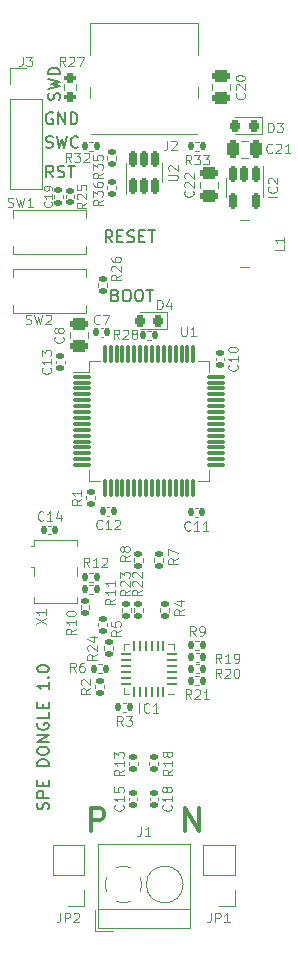
<source format=gto>
%TF.GenerationSoftware,KiCad,Pcbnew,7.0.1-3b83917a11~171~ubuntu22.04.1*%
%TF.CreationDate,2023-04-15T23:20:08+01:00*%
%TF.ProjectId,spe_dongle,7370655f-646f-46e6-976c-652e6b696361,1.0*%
%TF.SameCoordinates,Original*%
%TF.FileFunction,Legend,Top*%
%TF.FilePolarity,Positive*%
%FSLAX46Y46*%
G04 Gerber Fmt 4.6, Leading zero omitted, Abs format (unit mm)*
G04 Created by KiCad (PCBNEW 7.0.1-3b83917a11~171~ubuntu22.04.1) date 2023-04-15 23:20:08*
%MOMM*%
%LPD*%
G01*
G04 APERTURE LIST*
G04 Aperture macros list*
%AMRoundRect*
0 Rectangle with rounded corners*
0 $1 Rounding radius*
0 $2 $3 $4 $5 $6 $7 $8 $9 X,Y pos of 4 corners*
0 Add a 4 corners polygon primitive as box body*
4,1,4,$2,$3,$4,$5,$6,$7,$8,$9,$2,$3,0*
0 Add four circle primitives for the rounded corners*
1,1,$1+$1,$2,$3*
1,1,$1+$1,$4,$5*
1,1,$1+$1,$6,$7*
1,1,$1+$1,$8,$9*
0 Add four rect primitives between the rounded corners*
20,1,$1+$1,$2,$3,$4,$5,0*
20,1,$1+$1,$4,$5,$6,$7,0*
20,1,$1+$1,$6,$7,$8,$9,0*
20,1,$1+$1,$8,$9,$2,$3,0*%
%AMFreePoly0*
4,1,19,2.150000,-1.200000,1.177922,-1.200000,1.064578,-1.003895,0.918917,-0.830439,0.745359,-0.684899,0.549174,-0.571693,0.336318,-0.494257,0.113252,-0.454942,-0.113252,-0.454942,-0.336318,-0.494257,-0.549174,-0.571693,-0.745359,-0.684899,-0.918917,-0.830439,-1.064578,-1.003895,-1.177922,-1.200000,-2.150000,-1.200000,-2.150000,0.400000,2.150000,0.400000,2.150000,-1.200000,2.150000,-1.200000,
$1*%
%AMFreePoly1*
4,1,19,-1.064578,1.003895,-0.918917,0.830439,-0.745359,0.684899,-0.549174,0.571693,-0.336318,0.494257,-0.113252,0.454942,0.113252,0.454942,0.336318,0.494257,0.549174,0.571693,0.745359,0.684899,0.918917,0.830439,1.064578,1.003895,1.177922,1.200000,2.150000,1.200000,2.150000,-0.400000,-2.150000,-0.400000,-2.150000,1.200000,-1.177922,1.200000,-1.064578,1.003895,-1.064578,1.003895,
$1*%
G04 Aperture macros list end*
%ADD10C,0.150000*%
%ADD11C,0.300000*%
%ADD12C,0.120000*%
%ADD13C,0.110000*%
%ADD14RoundRect,0.150000X-0.150000X0.512500X-0.150000X-0.512500X0.150000X-0.512500X0.150000X0.512500X0*%
%ADD15RoundRect,0.135000X-0.185000X0.135000X-0.185000X-0.135000X0.185000X-0.135000X0.185000X0.135000X0*%
%ADD16RoundRect,0.075000X-0.700000X-0.075000X0.700000X-0.075000X0.700000X0.075000X-0.700000X0.075000X0*%
%ADD17RoundRect,0.075000X-0.075000X-0.700000X0.075000X-0.700000X0.075000X0.700000X-0.075000X0.700000X0*%
%ADD18R,1.700000X1.700000*%
%ADD19O,1.700000X1.700000*%
%ADD20RoundRect,0.140000X-0.140000X-0.170000X0.140000X-0.170000X0.140000X0.170000X-0.140000X0.170000X0*%
%ADD21RoundRect,0.250000X0.250000X0.475000X-0.250000X0.475000X-0.250000X-0.475000X0.250000X-0.475000X0*%
%ADD22R,2.000000X1.600000*%
%ADD23RoundRect,0.135000X0.135000X0.185000X-0.135000X0.185000X-0.135000X-0.185000X0.135000X-0.185000X0*%
%ADD24FreePoly0,270.000000*%
%ADD25FreePoly1,270.000000*%
%ADD26RoundRect,0.135000X0.185000X-0.135000X0.185000X0.135000X-0.185000X0.135000X-0.185000X-0.135000X0*%
%ADD27RoundRect,0.062500X0.375000X0.062500X-0.375000X0.062500X-0.375000X-0.062500X0.375000X-0.062500X0*%
%ADD28RoundRect,0.062500X0.062500X0.375000X-0.062500X0.375000X-0.062500X-0.375000X0.062500X-0.375000X0*%
%ADD29R,2.500000X2.500000*%
%ADD30RoundRect,0.218750X0.218750X0.256250X-0.218750X0.256250X-0.218750X-0.256250X0.218750X-0.256250X0*%
%ADD31RoundRect,0.140000X0.140000X0.170000X-0.140000X0.170000X-0.140000X-0.170000X0.140000X-0.170000X0*%
%ADD32RoundRect,0.140000X0.170000X-0.140000X0.170000X0.140000X-0.170000X0.140000X-0.170000X-0.140000X0*%
%ADD33R,1.200000X1.400000*%
%ADD34RoundRect,0.150000X0.150000X-0.512500X0.150000X0.512500X-0.150000X0.512500X-0.150000X-0.512500X0*%
%ADD35RoundRect,0.140000X-0.170000X0.140000X-0.170000X-0.140000X0.170000X-0.140000X0.170000X0.140000X0*%
%ADD36C,0.700000*%
%ADD37O,0.900000X2.400000*%
%ADD38O,0.900000X1.700000*%
%ADD39RoundRect,0.135000X-0.135000X-0.185000X0.135000X-0.185000X0.135000X0.185000X-0.135000X0.185000X0*%
%ADD40RoundRect,0.200000X-0.275000X0.200000X-0.275000X-0.200000X0.275000X-0.200000X0.275000X0.200000X0*%
%ADD41R,2.400000X2.400000*%
%ADD42C,2.400000*%
%ADD43RoundRect,0.250000X0.475000X-0.250000X0.475000X0.250000X-0.475000X0.250000X-0.475000X-0.250000X0*%
%ADD44RoundRect,0.250000X-0.475000X0.250000X-0.475000X-0.250000X0.475000X-0.250000X0.475000X0.250000X0*%
G04 APERTURE END LIST*
D10*
X142830000Y-53809523D02*
X142877619Y-53666666D01*
X142877619Y-53666666D02*
X142877619Y-53428571D01*
X142877619Y-53428571D02*
X142830000Y-53333333D01*
X142830000Y-53333333D02*
X142782380Y-53285714D01*
X142782380Y-53285714D02*
X142687142Y-53238095D01*
X142687142Y-53238095D02*
X142591904Y-53238095D01*
X142591904Y-53238095D02*
X142496666Y-53285714D01*
X142496666Y-53285714D02*
X142449047Y-53333333D01*
X142449047Y-53333333D02*
X142401428Y-53428571D01*
X142401428Y-53428571D02*
X142353809Y-53619047D01*
X142353809Y-53619047D02*
X142306190Y-53714285D01*
X142306190Y-53714285D02*
X142258571Y-53761904D01*
X142258571Y-53761904D02*
X142163333Y-53809523D01*
X142163333Y-53809523D02*
X142068095Y-53809523D01*
X142068095Y-53809523D02*
X141972857Y-53761904D01*
X141972857Y-53761904D02*
X141925238Y-53714285D01*
X141925238Y-53714285D02*
X141877619Y-53619047D01*
X141877619Y-53619047D02*
X141877619Y-53380952D01*
X141877619Y-53380952D02*
X141925238Y-53238095D01*
X141877619Y-52904761D02*
X142877619Y-52666666D01*
X142877619Y-52666666D02*
X142163333Y-52476190D01*
X142163333Y-52476190D02*
X142877619Y-52285714D01*
X142877619Y-52285714D02*
X141877619Y-52047619D01*
X142877619Y-51666666D02*
X141877619Y-51666666D01*
X141877619Y-51666666D02*
X141877619Y-51428571D01*
X141877619Y-51428571D02*
X141925238Y-51285714D01*
X141925238Y-51285714D02*
X142020476Y-51190476D01*
X142020476Y-51190476D02*
X142115714Y-51142857D01*
X142115714Y-51142857D02*
X142306190Y-51095238D01*
X142306190Y-51095238D02*
X142449047Y-51095238D01*
X142449047Y-51095238D02*
X142639523Y-51142857D01*
X142639523Y-51142857D02*
X142734761Y-51190476D01*
X142734761Y-51190476D02*
X142830000Y-51285714D01*
X142830000Y-51285714D02*
X142877619Y-51428571D01*
X142877619Y-51428571D02*
X142877619Y-51666666D01*
X142309523Y-60377619D02*
X141976190Y-59901428D01*
X141738095Y-60377619D02*
X141738095Y-59377619D01*
X141738095Y-59377619D02*
X142119047Y-59377619D01*
X142119047Y-59377619D02*
X142214285Y-59425238D01*
X142214285Y-59425238D02*
X142261904Y-59472857D01*
X142261904Y-59472857D02*
X142309523Y-59568095D01*
X142309523Y-59568095D02*
X142309523Y-59710952D01*
X142309523Y-59710952D02*
X142261904Y-59806190D01*
X142261904Y-59806190D02*
X142214285Y-59853809D01*
X142214285Y-59853809D02*
X142119047Y-59901428D01*
X142119047Y-59901428D02*
X141738095Y-59901428D01*
X142690476Y-60330000D02*
X142833333Y-60377619D01*
X142833333Y-60377619D02*
X143071428Y-60377619D01*
X143071428Y-60377619D02*
X143166666Y-60330000D01*
X143166666Y-60330000D02*
X143214285Y-60282380D01*
X143214285Y-60282380D02*
X143261904Y-60187142D01*
X143261904Y-60187142D02*
X143261904Y-60091904D01*
X143261904Y-60091904D02*
X143214285Y-59996666D01*
X143214285Y-59996666D02*
X143166666Y-59949047D01*
X143166666Y-59949047D02*
X143071428Y-59901428D01*
X143071428Y-59901428D02*
X142880952Y-59853809D01*
X142880952Y-59853809D02*
X142785714Y-59806190D01*
X142785714Y-59806190D02*
X142738095Y-59758571D01*
X142738095Y-59758571D02*
X142690476Y-59663333D01*
X142690476Y-59663333D02*
X142690476Y-59568095D01*
X142690476Y-59568095D02*
X142738095Y-59472857D01*
X142738095Y-59472857D02*
X142785714Y-59425238D01*
X142785714Y-59425238D02*
X142880952Y-59377619D01*
X142880952Y-59377619D02*
X143119047Y-59377619D01*
X143119047Y-59377619D02*
X143261904Y-59425238D01*
X143547619Y-59377619D02*
X144119047Y-59377619D01*
X143833333Y-60377619D02*
X143833333Y-59377619D01*
X147309523Y-65877619D02*
X146976190Y-65401428D01*
X146738095Y-65877619D02*
X146738095Y-64877619D01*
X146738095Y-64877619D02*
X147119047Y-64877619D01*
X147119047Y-64877619D02*
X147214285Y-64925238D01*
X147214285Y-64925238D02*
X147261904Y-64972857D01*
X147261904Y-64972857D02*
X147309523Y-65068095D01*
X147309523Y-65068095D02*
X147309523Y-65210952D01*
X147309523Y-65210952D02*
X147261904Y-65306190D01*
X147261904Y-65306190D02*
X147214285Y-65353809D01*
X147214285Y-65353809D02*
X147119047Y-65401428D01*
X147119047Y-65401428D02*
X146738095Y-65401428D01*
X147738095Y-65353809D02*
X148071428Y-65353809D01*
X148214285Y-65877619D02*
X147738095Y-65877619D01*
X147738095Y-65877619D02*
X147738095Y-64877619D01*
X147738095Y-64877619D02*
X148214285Y-64877619D01*
X148595238Y-65830000D02*
X148738095Y-65877619D01*
X148738095Y-65877619D02*
X148976190Y-65877619D01*
X148976190Y-65877619D02*
X149071428Y-65830000D01*
X149071428Y-65830000D02*
X149119047Y-65782380D01*
X149119047Y-65782380D02*
X149166666Y-65687142D01*
X149166666Y-65687142D02*
X149166666Y-65591904D01*
X149166666Y-65591904D02*
X149119047Y-65496666D01*
X149119047Y-65496666D02*
X149071428Y-65449047D01*
X149071428Y-65449047D02*
X148976190Y-65401428D01*
X148976190Y-65401428D02*
X148785714Y-65353809D01*
X148785714Y-65353809D02*
X148690476Y-65306190D01*
X148690476Y-65306190D02*
X148642857Y-65258571D01*
X148642857Y-65258571D02*
X148595238Y-65163333D01*
X148595238Y-65163333D02*
X148595238Y-65068095D01*
X148595238Y-65068095D02*
X148642857Y-64972857D01*
X148642857Y-64972857D02*
X148690476Y-64925238D01*
X148690476Y-64925238D02*
X148785714Y-64877619D01*
X148785714Y-64877619D02*
X149023809Y-64877619D01*
X149023809Y-64877619D02*
X149166666Y-64925238D01*
X149595238Y-65353809D02*
X149928571Y-65353809D01*
X150071428Y-65877619D02*
X149595238Y-65877619D01*
X149595238Y-65877619D02*
X149595238Y-64877619D01*
X149595238Y-64877619D02*
X150071428Y-64877619D01*
X150357143Y-64877619D02*
X150928571Y-64877619D01*
X150642857Y-65877619D02*
X150642857Y-64877619D01*
X141902000Y-113887523D02*
X141949619Y-113744666D01*
X141949619Y-113744666D02*
X141949619Y-113506571D01*
X141949619Y-113506571D02*
X141902000Y-113411333D01*
X141902000Y-113411333D02*
X141854380Y-113363714D01*
X141854380Y-113363714D02*
X141759142Y-113316095D01*
X141759142Y-113316095D02*
X141663904Y-113316095D01*
X141663904Y-113316095D02*
X141568666Y-113363714D01*
X141568666Y-113363714D02*
X141521047Y-113411333D01*
X141521047Y-113411333D02*
X141473428Y-113506571D01*
X141473428Y-113506571D02*
X141425809Y-113697047D01*
X141425809Y-113697047D02*
X141378190Y-113792285D01*
X141378190Y-113792285D02*
X141330571Y-113839904D01*
X141330571Y-113839904D02*
X141235333Y-113887523D01*
X141235333Y-113887523D02*
X141140095Y-113887523D01*
X141140095Y-113887523D02*
X141044857Y-113839904D01*
X141044857Y-113839904D02*
X140997238Y-113792285D01*
X140997238Y-113792285D02*
X140949619Y-113697047D01*
X140949619Y-113697047D02*
X140949619Y-113458952D01*
X140949619Y-113458952D02*
X140997238Y-113316095D01*
X141949619Y-112887523D02*
X140949619Y-112887523D01*
X140949619Y-112887523D02*
X140949619Y-112506571D01*
X140949619Y-112506571D02*
X140997238Y-112411333D01*
X140997238Y-112411333D02*
X141044857Y-112363714D01*
X141044857Y-112363714D02*
X141140095Y-112316095D01*
X141140095Y-112316095D02*
X141282952Y-112316095D01*
X141282952Y-112316095D02*
X141378190Y-112363714D01*
X141378190Y-112363714D02*
X141425809Y-112411333D01*
X141425809Y-112411333D02*
X141473428Y-112506571D01*
X141473428Y-112506571D02*
X141473428Y-112887523D01*
X141425809Y-111887523D02*
X141425809Y-111554190D01*
X141949619Y-111411333D02*
X141949619Y-111887523D01*
X141949619Y-111887523D02*
X140949619Y-111887523D01*
X140949619Y-111887523D02*
X140949619Y-111411333D01*
X141949619Y-110220856D02*
X140949619Y-110220856D01*
X140949619Y-110220856D02*
X140949619Y-109982761D01*
X140949619Y-109982761D02*
X140997238Y-109839904D01*
X140997238Y-109839904D02*
X141092476Y-109744666D01*
X141092476Y-109744666D02*
X141187714Y-109697047D01*
X141187714Y-109697047D02*
X141378190Y-109649428D01*
X141378190Y-109649428D02*
X141521047Y-109649428D01*
X141521047Y-109649428D02*
X141711523Y-109697047D01*
X141711523Y-109697047D02*
X141806761Y-109744666D01*
X141806761Y-109744666D02*
X141902000Y-109839904D01*
X141902000Y-109839904D02*
X141949619Y-109982761D01*
X141949619Y-109982761D02*
X141949619Y-110220856D01*
X140949619Y-109030380D02*
X140949619Y-108839904D01*
X140949619Y-108839904D02*
X140997238Y-108744666D01*
X140997238Y-108744666D02*
X141092476Y-108649428D01*
X141092476Y-108649428D02*
X141282952Y-108601809D01*
X141282952Y-108601809D02*
X141616285Y-108601809D01*
X141616285Y-108601809D02*
X141806761Y-108649428D01*
X141806761Y-108649428D02*
X141902000Y-108744666D01*
X141902000Y-108744666D02*
X141949619Y-108839904D01*
X141949619Y-108839904D02*
X141949619Y-109030380D01*
X141949619Y-109030380D02*
X141902000Y-109125618D01*
X141902000Y-109125618D02*
X141806761Y-109220856D01*
X141806761Y-109220856D02*
X141616285Y-109268475D01*
X141616285Y-109268475D02*
X141282952Y-109268475D01*
X141282952Y-109268475D02*
X141092476Y-109220856D01*
X141092476Y-109220856D02*
X140997238Y-109125618D01*
X140997238Y-109125618D02*
X140949619Y-109030380D01*
X141949619Y-108173237D02*
X140949619Y-108173237D01*
X140949619Y-108173237D02*
X141949619Y-107601809D01*
X141949619Y-107601809D02*
X140949619Y-107601809D01*
X140997238Y-106601809D02*
X140949619Y-106697047D01*
X140949619Y-106697047D02*
X140949619Y-106839904D01*
X140949619Y-106839904D02*
X140997238Y-106982761D01*
X140997238Y-106982761D02*
X141092476Y-107077999D01*
X141092476Y-107077999D02*
X141187714Y-107125618D01*
X141187714Y-107125618D02*
X141378190Y-107173237D01*
X141378190Y-107173237D02*
X141521047Y-107173237D01*
X141521047Y-107173237D02*
X141711523Y-107125618D01*
X141711523Y-107125618D02*
X141806761Y-107077999D01*
X141806761Y-107077999D02*
X141902000Y-106982761D01*
X141902000Y-106982761D02*
X141949619Y-106839904D01*
X141949619Y-106839904D02*
X141949619Y-106744666D01*
X141949619Y-106744666D02*
X141902000Y-106601809D01*
X141902000Y-106601809D02*
X141854380Y-106554190D01*
X141854380Y-106554190D02*
X141521047Y-106554190D01*
X141521047Y-106554190D02*
X141521047Y-106744666D01*
X141949619Y-105649428D02*
X141949619Y-106125618D01*
X141949619Y-106125618D02*
X140949619Y-106125618D01*
X141425809Y-105316094D02*
X141425809Y-104982761D01*
X141949619Y-104839904D02*
X141949619Y-105316094D01*
X141949619Y-105316094D02*
X140949619Y-105316094D01*
X140949619Y-105316094D02*
X140949619Y-104839904D01*
X141949619Y-103125618D02*
X141949619Y-103697046D01*
X141949619Y-103411332D02*
X140949619Y-103411332D01*
X140949619Y-103411332D02*
X141092476Y-103506570D01*
X141092476Y-103506570D02*
X141187714Y-103601808D01*
X141187714Y-103601808D02*
X141235333Y-103697046D01*
X141854380Y-102697046D02*
X141902000Y-102649427D01*
X141902000Y-102649427D02*
X141949619Y-102697046D01*
X141949619Y-102697046D02*
X141902000Y-102744665D01*
X141902000Y-102744665D02*
X141854380Y-102697046D01*
X141854380Y-102697046D02*
X141949619Y-102697046D01*
X140949619Y-102030380D02*
X140949619Y-101935142D01*
X140949619Y-101935142D02*
X140997238Y-101839904D01*
X140997238Y-101839904D02*
X141044857Y-101792285D01*
X141044857Y-101792285D02*
X141140095Y-101744666D01*
X141140095Y-101744666D02*
X141330571Y-101697047D01*
X141330571Y-101697047D02*
X141568666Y-101697047D01*
X141568666Y-101697047D02*
X141759142Y-101744666D01*
X141759142Y-101744666D02*
X141854380Y-101792285D01*
X141854380Y-101792285D02*
X141902000Y-101839904D01*
X141902000Y-101839904D02*
X141949619Y-101935142D01*
X141949619Y-101935142D02*
X141949619Y-102030380D01*
X141949619Y-102030380D02*
X141902000Y-102125618D01*
X141902000Y-102125618D02*
X141854380Y-102173237D01*
X141854380Y-102173237D02*
X141759142Y-102220856D01*
X141759142Y-102220856D02*
X141568666Y-102268475D01*
X141568666Y-102268475D02*
X141330571Y-102268475D01*
X141330571Y-102268475D02*
X141140095Y-102220856D01*
X141140095Y-102220856D02*
X141044857Y-102173237D01*
X141044857Y-102173237D02*
X140997238Y-102125618D01*
X140997238Y-102125618D02*
X140949619Y-102030380D01*
D11*
X153476190Y-115755238D02*
X153476190Y-113755238D01*
X153476190Y-113755238D02*
X154619047Y-115755238D01*
X154619047Y-115755238D02*
X154619047Y-113755238D01*
D10*
X141690476Y-57830000D02*
X141833333Y-57877619D01*
X141833333Y-57877619D02*
X142071428Y-57877619D01*
X142071428Y-57877619D02*
X142166666Y-57830000D01*
X142166666Y-57830000D02*
X142214285Y-57782380D01*
X142214285Y-57782380D02*
X142261904Y-57687142D01*
X142261904Y-57687142D02*
X142261904Y-57591904D01*
X142261904Y-57591904D02*
X142214285Y-57496666D01*
X142214285Y-57496666D02*
X142166666Y-57449047D01*
X142166666Y-57449047D02*
X142071428Y-57401428D01*
X142071428Y-57401428D02*
X141880952Y-57353809D01*
X141880952Y-57353809D02*
X141785714Y-57306190D01*
X141785714Y-57306190D02*
X141738095Y-57258571D01*
X141738095Y-57258571D02*
X141690476Y-57163333D01*
X141690476Y-57163333D02*
X141690476Y-57068095D01*
X141690476Y-57068095D02*
X141738095Y-56972857D01*
X141738095Y-56972857D02*
X141785714Y-56925238D01*
X141785714Y-56925238D02*
X141880952Y-56877619D01*
X141880952Y-56877619D02*
X142119047Y-56877619D01*
X142119047Y-56877619D02*
X142261904Y-56925238D01*
X142595238Y-56877619D02*
X142833333Y-57877619D01*
X142833333Y-57877619D02*
X143023809Y-57163333D01*
X143023809Y-57163333D02*
X143214285Y-57877619D01*
X143214285Y-57877619D02*
X143452381Y-56877619D01*
X144404761Y-57782380D02*
X144357142Y-57830000D01*
X144357142Y-57830000D02*
X144214285Y-57877619D01*
X144214285Y-57877619D02*
X144119047Y-57877619D01*
X144119047Y-57877619D02*
X143976190Y-57830000D01*
X143976190Y-57830000D02*
X143880952Y-57734761D01*
X143880952Y-57734761D02*
X143833333Y-57639523D01*
X143833333Y-57639523D02*
X143785714Y-57449047D01*
X143785714Y-57449047D02*
X143785714Y-57306190D01*
X143785714Y-57306190D02*
X143833333Y-57115714D01*
X143833333Y-57115714D02*
X143880952Y-57020476D01*
X143880952Y-57020476D02*
X143976190Y-56925238D01*
X143976190Y-56925238D02*
X144119047Y-56877619D01*
X144119047Y-56877619D02*
X144214285Y-56877619D01*
X144214285Y-56877619D02*
X144357142Y-56925238D01*
X144357142Y-56925238D02*
X144404761Y-56972857D01*
X147571428Y-70353809D02*
X147714285Y-70401428D01*
X147714285Y-70401428D02*
X147761904Y-70449047D01*
X147761904Y-70449047D02*
X147809523Y-70544285D01*
X147809523Y-70544285D02*
X147809523Y-70687142D01*
X147809523Y-70687142D02*
X147761904Y-70782380D01*
X147761904Y-70782380D02*
X147714285Y-70830000D01*
X147714285Y-70830000D02*
X147619047Y-70877619D01*
X147619047Y-70877619D02*
X147238095Y-70877619D01*
X147238095Y-70877619D02*
X147238095Y-69877619D01*
X147238095Y-69877619D02*
X147571428Y-69877619D01*
X147571428Y-69877619D02*
X147666666Y-69925238D01*
X147666666Y-69925238D02*
X147714285Y-69972857D01*
X147714285Y-69972857D02*
X147761904Y-70068095D01*
X147761904Y-70068095D02*
X147761904Y-70163333D01*
X147761904Y-70163333D02*
X147714285Y-70258571D01*
X147714285Y-70258571D02*
X147666666Y-70306190D01*
X147666666Y-70306190D02*
X147571428Y-70353809D01*
X147571428Y-70353809D02*
X147238095Y-70353809D01*
X148428571Y-69877619D02*
X148619047Y-69877619D01*
X148619047Y-69877619D02*
X148714285Y-69925238D01*
X148714285Y-69925238D02*
X148809523Y-70020476D01*
X148809523Y-70020476D02*
X148857142Y-70210952D01*
X148857142Y-70210952D02*
X148857142Y-70544285D01*
X148857142Y-70544285D02*
X148809523Y-70734761D01*
X148809523Y-70734761D02*
X148714285Y-70830000D01*
X148714285Y-70830000D02*
X148619047Y-70877619D01*
X148619047Y-70877619D02*
X148428571Y-70877619D01*
X148428571Y-70877619D02*
X148333333Y-70830000D01*
X148333333Y-70830000D02*
X148238095Y-70734761D01*
X148238095Y-70734761D02*
X148190476Y-70544285D01*
X148190476Y-70544285D02*
X148190476Y-70210952D01*
X148190476Y-70210952D02*
X148238095Y-70020476D01*
X148238095Y-70020476D02*
X148333333Y-69925238D01*
X148333333Y-69925238D02*
X148428571Y-69877619D01*
X149476190Y-69877619D02*
X149666666Y-69877619D01*
X149666666Y-69877619D02*
X149761904Y-69925238D01*
X149761904Y-69925238D02*
X149857142Y-70020476D01*
X149857142Y-70020476D02*
X149904761Y-70210952D01*
X149904761Y-70210952D02*
X149904761Y-70544285D01*
X149904761Y-70544285D02*
X149857142Y-70734761D01*
X149857142Y-70734761D02*
X149761904Y-70830000D01*
X149761904Y-70830000D02*
X149666666Y-70877619D01*
X149666666Y-70877619D02*
X149476190Y-70877619D01*
X149476190Y-70877619D02*
X149380952Y-70830000D01*
X149380952Y-70830000D02*
X149285714Y-70734761D01*
X149285714Y-70734761D02*
X149238095Y-70544285D01*
X149238095Y-70544285D02*
X149238095Y-70210952D01*
X149238095Y-70210952D02*
X149285714Y-70020476D01*
X149285714Y-70020476D02*
X149380952Y-69925238D01*
X149380952Y-69925238D02*
X149476190Y-69877619D01*
X150190476Y-69877619D02*
X150761904Y-69877619D01*
X150476190Y-70877619D02*
X150476190Y-69877619D01*
D11*
X145476190Y-115755238D02*
X145476190Y-113755238D01*
X145476190Y-113755238D02*
X146238095Y-113755238D01*
X146238095Y-113755238D02*
X146428571Y-113850476D01*
X146428571Y-113850476D02*
X146523809Y-113945714D01*
X146523809Y-113945714D02*
X146619047Y-114136190D01*
X146619047Y-114136190D02*
X146619047Y-114421904D01*
X146619047Y-114421904D02*
X146523809Y-114612380D01*
X146523809Y-114612380D02*
X146428571Y-114707619D01*
X146428571Y-114707619D02*
X146238095Y-114802857D01*
X146238095Y-114802857D02*
X145476190Y-114802857D01*
D10*
X142261904Y-54925238D02*
X142166666Y-54877619D01*
X142166666Y-54877619D02*
X142023809Y-54877619D01*
X142023809Y-54877619D02*
X141880952Y-54925238D01*
X141880952Y-54925238D02*
X141785714Y-55020476D01*
X141785714Y-55020476D02*
X141738095Y-55115714D01*
X141738095Y-55115714D02*
X141690476Y-55306190D01*
X141690476Y-55306190D02*
X141690476Y-55449047D01*
X141690476Y-55449047D02*
X141738095Y-55639523D01*
X141738095Y-55639523D02*
X141785714Y-55734761D01*
X141785714Y-55734761D02*
X141880952Y-55830000D01*
X141880952Y-55830000D02*
X142023809Y-55877619D01*
X142023809Y-55877619D02*
X142119047Y-55877619D01*
X142119047Y-55877619D02*
X142261904Y-55830000D01*
X142261904Y-55830000D02*
X142309523Y-55782380D01*
X142309523Y-55782380D02*
X142309523Y-55449047D01*
X142309523Y-55449047D02*
X142119047Y-55449047D01*
X142738095Y-55877619D02*
X142738095Y-54877619D01*
X142738095Y-54877619D02*
X143309523Y-55877619D01*
X143309523Y-55877619D02*
X143309523Y-54877619D01*
X143785714Y-55877619D02*
X143785714Y-54877619D01*
X143785714Y-54877619D02*
X144023809Y-54877619D01*
X144023809Y-54877619D02*
X144166666Y-54925238D01*
X144166666Y-54925238D02*
X144261904Y-55020476D01*
X144261904Y-55020476D02*
X144309523Y-55115714D01*
X144309523Y-55115714D02*
X144357142Y-55306190D01*
X144357142Y-55306190D02*
X144357142Y-55449047D01*
X144357142Y-55449047D02*
X144309523Y-55639523D01*
X144309523Y-55639523D02*
X144261904Y-55734761D01*
X144261904Y-55734761D02*
X144166666Y-55830000D01*
X144166666Y-55830000D02*
X144023809Y-55877619D01*
X144023809Y-55877619D02*
X143785714Y-55877619D01*
D12*
X161270095Y-62030951D02*
X160470095Y-62030951D01*
X161193904Y-61192856D02*
X161232000Y-61230952D01*
X161232000Y-61230952D02*
X161270095Y-61345237D01*
X161270095Y-61345237D02*
X161270095Y-61421428D01*
X161270095Y-61421428D02*
X161232000Y-61535714D01*
X161232000Y-61535714D02*
X161155809Y-61611904D01*
X161155809Y-61611904D02*
X161079619Y-61649999D01*
X161079619Y-61649999D02*
X160927238Y-61688095D01*
X160927238Y-61688095D02*
X160812952Y-61688095D01*
X160812952Y-61688095D02*
X160660571Y-61649999D01*
X160660571Y-61649999D02*
X160584380Y-61611904D01*
X160584380Y-61611904D02*
X160508190Y-61535714D01*
X160508190Y-61535714D02*
X160470095Y-61421428D01*
X160470095Y-61421428D02*
X160470095Y-61345237D01*
X160470095Y-61345237D02*
X160508190Y-61230952D01*
X160508190Y-61230952D02*
X160546285Y-61192856D01*
X160546285Y-60888095D02*
X160508190Y-60849999D01*
X160508190Y-60849999D02*
X160470095Y-60773809D01*
X160470095Y-60773809D02*
X160470095Y-60583333D01*
X160470095Y-60583333D02*
X160508190Y-60507142D01*
X160508190Y-60507142D02*
X160546285Y-60469047D01*
X160546285Y-60469047D02*
X160622476Y-60430952D01*
X160622476Y-60430952D02*
X160698666Y-60430952D01*
X160698666Y-60430952D02*
X160812952Y-60469047D01*
X160812952Y-60469047D02*
X161270095Y-60926190D01*
X161270095Y-60926190D02*
X161270095Y-60430952D01*
X145120095Y-62514285D02*
X144739142Y-62780952D01*
X145120095Y-62971428D02*
X144320095Y-62971428D01*
X144320095Y-62971428D02*
X144320095Y-62666666D01*
X144320095Y-62666666D02*
X144358190Y-62590476D01*
X144358190Y-62590476D02*
X144396285Y-62552381D01*
X144396285Y-62552381D02*
X144472476Y-62514285D01*
X144472476Y-62514285D02*
X144586761Y-62514285D01*
X144586761Y-62514285D02*
X144662952Y-62552381D01*
X144662952Y-62552381D02*
X144701047Y-62590476D01*
X144701047Y-62590476D02*
X144739142Y-62666666D01*
X144739142Y-62666666D02*
X144739142Y-62971428D01*
X144396285Y-62209524D02*
X144358190Y-62171428D01*
X144358190Y-62171428D02*
X144320095Y-62095238D01*
X144320095Y-62095238D02*
X144320095Y-61904762D01*
X144320095Y-61904762D02*
X144358190Y-61828571D01*
X144358190Y-61828571D02*
X144396285Y-61790476D01*
X144396285Y-61790476D02*
X144472476Y-61752381D01*
X144472476Y-61752381D02*
X144548666Y-61752381D01*
X144548666Y-61752381D02*
X144662952Y-61790476D01*
X144662952Y-61790476D02*
X145120095Y-62247619D01*
X145120095Y-62247619D02*
X145120095Y-61752381D01*
X144320095Y-61028571D02*
X144320095Y-61409523D01*
X144320095Y-61409523D02*
X144701047Y-61447619D01*
X144701047Y-61447619D02*
X144662952Y-61409523D01*
X144662952Y-61409523D02*
X144624857Y-61333333D01*
X144624857Y-61333333D02*
X144624857Y-61142857D01*
X144624857Y-61142857D02*
X144662952Y-61066666D01*
X144662952Y-61066666D02*
X144701047Y-61028571D01*
X144701047Y-61028571D02*
X144777238Y-60990476D01*
X144777238Y-60990476D02*
X144967714Y-60990476D01*
X144967714Y-60990476D02*
X145043904Y-61028571D01*
X145043904Y-61028571D02*
X145082000Y-61066666D01*
X145082000Y-61066666D02*
X145120095Y-61142857D01*
X145120095Y-61142857D02*
X145120095Y-61333333D01*
X145120095Y-61333333D02*
X145082000Y-61409523D01*
X145082000Y-61409523D02*
X145043904Y-61447619D01*
X153146476Y-73008095D02*
X153146476Y-73655714D01*
X153146476Y-73655714D02*
X153184571Y-73731904D01*
X153184571Y-73731904D02*
X153222666Y-73770000D01*
X153222666Y-73770000D02*
X153298857Y-73808095D01*
X153298857Y-73808095D02*
X153451238Y-73808095D01*
X153451238Y-73808095D02*
X153527428Y-73770000D01*
X153527428Y-73770000D02*
X153565523Y-73731904D01*
X153565523Y-73731904D02*
X153603619Y-73655714D01*
X153603619Y-73655714D02*
X153603619Y-73008095D01*
X154403618Y-73808095D02*
X153946475Y-73808095D01*
X154175047Y-73808095D02*
X154175047Y-73008095D01*
X154175047Y-73008095D02*
X154098856Y-73122380D01*
X154098856Y-73122380D02*
X154022666Y-73198571D01*
X154022666Y-73198571D02*
X153946475Y-73236666D01*
X155663333Y-122650095D02*
X155663333Y-123221523D01*
X155663333Y-123221523D02*
X155625238Y-123335809D01*
X155625238Y-123335809D02*
X155549047Y-123412000D01*
X155549047Y-123412000D02*
X155434762Y-123450095D01*
X155434762Y-123450095D02*
X155358571Y-123450095D01*
X156044286Y-123450095D02*
X156044286Y-122650095D01*
X156044286Y-122650095D02*
X156349048Y-122650095D01*
X156349048Y-122650095D02*
X156425238Y-122688190D01*
X156425238Y-122688190D02*
X156463333Y-122726285D01*
X156463333Y-122726285D02*
X156501429Y-122802476D01*
X156501429Y-122802476D02*
X156501429Y-122916761D01*
X156501429Y-122916761D02*
X156463333Y-122992952D01*
X156463333Y-122992952D02*
X156425238Y-123031047D01*
X156425238Y-123031047D02*
X156349048Y-123069142D01*
X156349048Y-123069142D02*
X156044286Y-123069142D01*
X157263333Y-123450095D02*
X156806190Y-123450095D01*
X157034762Y-123450095D02*
X157034762Y-122650095D01*
X157034762Y-122650095D02*
X156958571Y-122764380D01*
X156958571Y-122764380D02*
X156882381Y-122840571D01*
X156882381Y-122840571D02*
X156806190Y-122878666D01*
X146256667Y-72715904D02*
X146218571Y-72754000D01*
X146218571Y-72754000D02*
X146104286Y-72792095D01*
X146104286Y-72792095D02*
X146028095Y-72792095D01*
X146028095Y-72792095D02*
X145913809Y-72754000D01*
X145913809Y-72754000D02*
X145837619Y-72677809D01*
X145837619Y-72677809D02*
X145799524Y-72601619D01*
X145799524Y-72601619D02*
X145761428Y-72449238D01*
X145761428Y-72449238D02*
X145761428Y-72334952D01*
X145761428Y-72334952D02*
X145799524Y-72182571D01*
X145799524Y-72182571D02*
X145837619Y-72106380D01*
X145837619Y-72106380D02*
X145913809Y-72030190D01*
X145913809Y-72030190D02*
X146028095Y-71992095D01*
X146028095Y-71992095D02*
X146104286Y-71992095D01*
X146104286Y-71992095D02*
X146218571Y-72030190D01*
X146218571Y-72030190D02*
X146256667Y-72068285D01*
X146523333Y-71992095D02*
X147056667Y-71992095D01*
X147056667Y-71992095D02*
X146713809Y-72792095D01*
X160861714Y-58237904D02*
X160823618Y-58276000D01*
X160823618Y-58276000D02*
X160709333Y-58314095D01*
X160709333Y-58314095D02*
X160633142Y-58314095D01*
X160633142Y-58314095D02*
X160518856Y-58276000D01*
X160518856Y-58276000D02*
X160442666Y-58199809D01*
X160442666Y-58199809D02*
X160404571Y-58123619D01*
X160404571Y-58123619D02*
X160366475Y-57971238D01*
X160366475Y-57971238D02*
X160366475Y-57856952D01*
X160366475Y-57856952D02*
X160404571Y-57704571D01*
X160404571Y-57704571D02*
X160442666Y-57628380D01*
X160442666Y-57628380D02*
X160518856Y-57552190D01*
X160518856Y-57552190D02*
X160633142Y-57514095D01*
X160633142Y-57514095D02*
X160709333Y-57514095D01*
X160709333Y-57514095D02*
X160823618Y-57552190D01*
X160823618Y-57552190D02*
X160861714Y-57590285D01*
X161166475Y-57590285D02*
X161204571Y-57552190D01*
X161204571Y-57552190D02*
X161280761Y-57514095D01*
X161280761Y-57514095D02*
X161471237Y-57514095D01*
X161471237Y-57514095D02*
X161547428Y-57552190D01*
X161547428Y-57552190D02*
X161585523Y-57590285D01*
X161585523Y-57590285D02*
X161623618Y-57666476D01*
X161623618Y-57666476D02*
X161623618Y-57742666D01*
X161623618Y-57742666D02*
X161585523Y-57856952D01*
X161585523Y-57856952D02*
X161128380Y-58314095D01*
X161128380Y-58314095D02*
X161623618Y-58314095D01*
X162385523Y-58314095D02*
X161928380Y-58314095D01*
X162156952Y-58314095D02*
X162156952Y-57514095D01*
X162156952Y-57514095D02*
X162080761Y-57628380D01*
X162080761Y-57628380D02*
X162004571Y-57704571D01*
X162004571Y-57704571D02*
X161928380Y-57742666D01*
X138465332Y-62848000D02*
X138579618Y-62886095D01*
X138579618Y-62886095D02*
X138770094Y-62886095D01*
X138770094Y-62886095D02*
X138846285Y-62848000D01*
X138846285Y-62848000D02*
X138884380Y-62809904D01*
X138884380Y-62809904D02*
X138922475Y-62733714D01*
X138922475Y-62733714D02*
X138922475Y-62657523D01*
X138922475Y-62657523D02*
X138884380Y-62581333D01*
X138884380Y-62581333D02*
X138846285Y-62543238D01*
X138846285Y-62543238D02*
X138770094Y-62505142D01*
X138770094Y-62505142D02*
X138617713Y-62467047D01*
X138617713Y-62467047D02*
X138541523Y-62428952D01*
X138541523Y-62428952D02*
X138503428Y-62390857D01*
X138503428Y-62390857D02*
X138465332Y-62314666D01*
X138465332Y-62314666D02*
X138465332Y-62238476D01*
X138465332Y-62238476D02*
X138503428Y-62162285D01*
X138503428Y-62162285D02*
X138541523Y-62124190D01*
X138541523Y-62124190D02*
X138617713Y-62086095D01*
X138617713Y-62086095D02*
X138808190Y-62086095D01*
X138808190Y-62086095D02*
X138922475Y-62124190D01*
X139189142Y-62086095D02*
X139379618Y-62886095D01*
X139379618Y-62886095D02*
X139531999Y-62314666D01*
X139531999Y-62314666D02*
X139684380Y-62886095D01*
X139684380Y-62886095D02*
X139874857Y-62086095D01*
X140598666Y-62886095D02*
X140141523Y-62886095D01*
X140370095Y-62886095D02*
X140370095Y-62086095D01*
X140370095Y-62086095D02*
X140293904Y-62200380D01*
X140293904Y-62200380D02*
X140217714Y-62276571D01*
X140217714Y-62276571D02*
X140141523Y-62314666D01*
X148284095Y-110528285D02*
X147903142Y-110794952D01*
X148284095Y-110985428D02*
X147484095Y-110985428D01*
X147484095Y-110985428D02*
X147484095Y-110680666D01*
X147484095Y-110680666D02*
X147522190Y-110604476D01*
X147522190Y-110604476D02*
X147560285Y-110566381D01*
X147560285Y-110566381D02*
X147636476Y-110528285D01*
X147636476Y-110528285D02*
X147750761Y-110528285D01*
X147750761Y-110528285D02*
X147826952Y-110566381D01*
X147826952Y-110566381D02*
X147865047Y-110604476D01*
X147865047Y-110604476D02*
X147903142Y-110680666D01*
X147903142Y-110680666D02*
X147903142Y-110985428D01*
X148284095Y-109766381D02*
X148284095Y-110223524D01*
X148284095Y-109994952D02*
X147484095Y-109994952D01*
X147484095Y-109994952D02*
X147598380Y-110071143D01*
X147598380Y-110071143D02*
X147674571Y-110147333D01*
X147674571Y-110147333D02*
X147712666Y-110223524D01*
X147484095Y-109499714D02*
X147484095Y-109004476D01*
X147484095Y-109004476D02*
X147788857Y-109271142D01*
X147788857Y-109271142D02*
X147788857Y-109156857D01*
X147788857Y-109156857D02*
X147826952Y-109080666D01*
X147826952Y-109080666D02*
X147865047Y-109042571D01*
X147865047Y-109042571D02*
X147941238Y-109004476D01*
X147941238Y-109004476D02*
X148131714Y-109004476D01*
X148131714Y-109004476D02*
X148207904Y-109042571D01*
X148207904Y-109042571D02*
X148246000Y-109080666D01*
X148246000Y-109080666D02*
X148284095Y-109156857D01*
X148284095Y-109156857D02*
X148284095Y-109385428D01*
X148284095Y-109385428D02*
X148246000Y-109461619D01*
X148246000Y-109461619D02*
X148207904Y-109499714D01*
X147522095Y-96050285D02*
X147141142Y-96316952D01*
X147522095Y-96507428D02*
X146722095Y-96507428D01*
X146722095Y-96507428D02*
X146722095Y-96202666D01*
X146722095Y-96202666D02*
X146760190Y-96126476D01*
X146760190Y-96126476D02*
X146798285Y-96088381D01*
X146798285Y-96088381D02*
X146874476Y-96050285D01*
X146874476Y-96050285D02*
X146988761Y-96050285D01*
X146988761Y-96050285D02*
X147064952Y-96088381D01*
X147064952Y-96088381D02*
X147103047Y-96126476D01*
X147103047Y-96126476D02*
X147141142Y-96202666D01*
X147141142Y-96202666D02*
X147141142Y-96507428D01*
X147522095Y-95288381D02*
X147522095Y-95745524D01*
X147522095Y-95516952D02*
X146722095Y-95516952D01*
X146722095Y-95516952D02*
X146836380Y-95593143D01*
X146836380Y-95593143D02*
X146912571Y-95669333D01*
X146912571Y-95669333D02*
X146950666Y-95745524D01*
X147522095Y-94526476D02*
X147522095Y-94983619D01*
X147522095Y-94755047D02*
X146722095Y-94755047D01*
X146722095Y-94755047D02*
X146836380Y-94831238D01*
X146836380Y-94831238D02*
X146912571Y-94907428D01*
X146912571Y-94907428D02*
X146950666Y-94983619D01*
X161870095Y-66133333D02*
X161870095Y-66514285D01*
X161870095Y-66514285D02*
X161070095Y-66514285D01*
X161870095Y-65447619D02*
X161870095Y-65904762D01*
X161870095Y-65676190D02*
X161070095Y-65676190D01*
X161070095Y-65676190D02*
X161184380Y-65752381D01*
X161184380Y-65752381D02*
X161260571Y-65828571D01*
X161260571Y-65828571D02*
X161298666Y-65904762D01*
X148030095Y-68618285D02*
X147649142Y-68884952D01*
X148030095Y-69075428D02*
X147230095Y-69075428D01*
X147230095Y-69075428D02*
X147230095Y-68770666D01*
X147230095Y-68770666D02*
X147268190Y-68694476D01*
X147268190Y-68694476D02*
X147306285Y-68656381D01*
X147306285Y-68656381D02*
X147382476Y-68618285D01*
X147382476Y-68618285D02*
X147496761Y-68618285D01*
X147496761Y-68618285D02*
X147572952Y-68656381D01*
X147572952Y-68656381D02*
X147611047Y-68694476D01*
X147611047Y-68694476D02*
X147649142Y-68770666D01*
X147649142Y-68770666D02*
X147649142Y-69075428D01*
X147306285Y-68313524D02*
X147268190Y-68275428D01*
X147268190Y-68275428D02*
X147230095Y-68199238D01*
X147230095Y-68199238D02*
X147230095Y-68008762D01*
X147230095Y-68008762D02*
X147268190Y-67932571D01*
X147268190Y-67932571D02*
X147306285Y-67894476D01*
X147306285Y-67894476D02*
X147382476Y-67856381D01*
X147382476Y-67856381D02*
X147458666Y-67856381D01*
X147458666Y-67856381D02*
X147572952Y-67894476D01*
X147572952Y-67894476D02*
X148030095Y-68351619D01*
X148030095Y-68351619D02*
X148030095Y-67856381D01*
X147230095Y-67170666D02*
X147230095Y-67323047D01*
X147230095Y-67323047D02*
X147268190Y-67399238D01*
X147268190Y-67399238D02*
X147306285Y-67437333D01*
X147306285Y-67437333D02*
X147420571Y-67513523D01*
X147420571Y-67513523D02*
X147572952Y-67551619D01*
X147572952Y-67551619D02*
X147877714Y-67551619D01*
X147877714Y-67551619D02*
X147953904Y-67513523D01*
X147953904Y-67513523D02*
X147992000Y-67475428D01*
X147992000Y-67475428D02*
X148030095Y-67399238D01*
X148030095Y-67399238D02*
X148030095Y-67246857D01*
X148030095Y-67246857D02*
X147992000Y-67170666D01*
X147992000Y-67170666D02*
X147953904Y-67132571D01*
X147953904Y-67132571D02*
X147877714Y-67094476D01*
X147877714Y-67094476D02*
X147687238Y-67094476D01*
X147687238Y-67094476D02*
X147611047Y-67132571D01*
X147611047Y-67132571D02*
X147572952Y-67170666D01*
X147572952Y-67170666D02*
X147534857Y-67246857D01*
X147534857Y-67246857D02*
X147534857Y-67399238D01*
X147534857Y-67399238D02*
X147572952Y-67475428D01*
X147572952Y-67475428D02*
X147611047Y-67513523D01*
X147611047Y-67513523D02*
X147687238Y-67551619D01*
X148030095Y-98717332D02*
X147649142Y-98983999D01*
X148030095Y-99174475D02*
X147230095Y-99174475D01*
X147230095Y-99174475D02*
X147230095Y-98869713D01*
X147230095Y-98869713D02*
X147268190Y-98793523D01*
X147268190Y-98793523D02*
X147306285Y-98755428D01*
X147306285Y-98755428D02*
X147382476Y-98717332D01*
X147382476Y-98717332D02*
X147496761Y-98717332D01*
X147496761Y-98717332D02*
X147572952Y-98755428D01*
X147572952Y-98755428D02*
X147611047Y-98793523D01*
X147611047Y-98793523D02*
X147649142Y-98869713D01*
X147649142Y-98869713D02*
X147649142Y-99174475D01*
X147230095Y-97993523D02*
X147230095Y-98374475D01*
X147230095Y-98374475D02*
X147611047Y-98412571D01*
X147611047Y-98412571D02*
X147572952Y-98374475D01*
X147572952Y-98374475D02*
X147534857Y-98298285D01*
X147534857Y-98298285D02*
X147534857Y-98107809D01*
X147534857Y-98107809D02*
X147572952Y-98031618D01*
X147572952Y-98031618D02*
X147611047Y-97993523D01*
X147611047Y-97993523D02*
X147687238Y-97955428D01*
X147687238Y-97955428D02*
X147877714Y-97955428D01*
X147877714Y-97955428D02*
X147953904Y-97993523D01*
X147953904Y-97993523D02*
X147992000Y-98031618D01*
X147992000Y-98031618D02*
X148030095Y-98107809D01*
X148030095Y-98107809D02*
X148030095Y-98298285D01*
X148030095Y-98298285D02*
X147992000Y-98374475D01*
X147992000Y-98374475D02*
X147953904Y-98412571D01*
X149611548Y-105690095D02*
X149611548Y-104890095D01*
X150449643Y-105613904D02*
X150411547Y-105652000D01*
X150411547Y-105652000D02*
X150297262Y-105690095D01*
X150297262Y-105690095D02*
X150221071Y-105690095D01*
X150221071Y-105690095D02*
X150106785Y-105652000D01*
X150106785Y-105652000D02*
X150030595Y-105575809D01*
X150030595Y-105575809D02*
X149992500Y-105499619D01*
X149992500Y-105499619D02*
X149954404Y-105347238D01*
X149954404Y-105347238D02*
X149954404Y-105232952D01*
X149954404Y-105232952D02*
X149992500Y-105080571D01*
X149992500Y-105080571D02*
X150030595Y-105004380D01*
X150030595Y-105004380D02*
X150106785Y-104928190D01*
X150106785Y-104928190D02*
X150221071Y-104890095D01*
X150221071Y-104890095D02*
X150297262Y-104890095D01*
X150297262Y-104890095D02*
X150411547Y-104928190D01*
X150411547Y-104928190D02*
X150449643Y-104966285D01*
X151211547Y-105690095D02*
X150754404Y-105690095D01*
X150982976Y-105690095D02*
X150982976Y-104890095D01*
X150982976Y-104890095D02*
X150906785Y-105004380D01*
X150906785Y-105004380D02*
X150830595Y-105080571D01*
X150830595Y-105080571D02*
X150754404Y-105118666D01*
X142913333Y-122650095D02*
X142913333Y-123221523D01*
X142913333Y-123221523D02*
X142875238Y-123335809D01*
X142875238Y-123335809D02*
X142799047Y-123412000D01*
X142799047Y-123412000D02*
X142684762Y-123450095D01*
X142684762Y-123450095D02*
X142608571Y-123450095D01*
X143294286Y-123450095D02*
X143294286Y-122650095D01*
X143294286Y-122650095D02*
X143599048Y-122650095D01*
X143599048Y-122650095D02*
X143675238Y-122688190D01*
X143675238Y-122688190D02*
X143713333Y-122726285D01*
X143713333Y-122726285D02*
X143751429Y-122802476D01*
X143751429Y-122802476D02*
X143751429Y-122916761D01*
X143751429Y-122916761D02*
X143713333Y-122992952D01*
X143713333Y-122992952D02*
X143675238Y-123031047D01*
X143675238Y-123031047D02*
X143599048Y-123069142D01*
X143599048Y-123069142D02*
X143294286Y-123069142D01*
X144056190Y-122726285D02*
X144094286Y-122688190D01*
X144094286Y-122688190D02*
X144170476Y-122650095D01*
X144170476Y-122650095D02*
X144360952Y-122650095D01*
X144360952Y-122650095D02*
X144437143Y-122688190D01*
X144437143Y-122688190D02*
X144475238Y-122726285D01*
X144475238Y-122726285D02*
X144513333Y-122802476D01*
X144513333Y-122802476D02*
X144513333Y-122878666D01*
X144513333Y-122878666D02*
X144475238Y-122992952D01*
X144475238Y-122992952D02*
X144018095Y-123450095D01*
X144018095Y-123450095D02*
X144513333Y-123450095D01*
X160531524Y-56536095D02*
X160531524Y-55736095D01*
X160531524Y-55736095D02*
X160722000Y-55736095D01*
X160722000Y-55736095D02*
X160836286Y-55774190D01*
X160836286Y-55774190D02*
X160912476Y-55850380D01*
X160912476Y-55850380D02*
X160950571Y-55926571D01*
X160950571Y-55926571D02*
X160988667Y-56078952D01*
X160988667Y-56078952D02*
X160988667Y-56193238D01*
X160988667Y-56193238D02*
X160950571Y-56345619D01*
X160950571Y-56345619D02*
X160912476Y-56421809D01*
X160912476Y-56421809D02*
X160836286Y-56498000D01*
X160836286Y-56498000D02*
X160722000Y-56536095D01*
X160722000Y-56536095D02*
X160531524Y-56536095D01*
X161255333Y-55736095D02*
X161750571Y-55736095D01*
X161750571Y-55736095D02*
X161483905Y-56040857D01*
X161483905Y-56040857D02*
X161598190Y-56040857D01*
X161598190Y-56040857D02*
X161674381Y-56078952D01*
X161674381Y-56078952D02*
X161712476Y-56117047D01*
X161712476Y-56117047D02*
X161750571Y-56193238D01*
X161750571Y-56193238D02*
X161750571Y-56383714D01*
X161750571Y-56383714D02*
X161712476Y-56459904D01*
X161712476Y-56459904D02*
X161674381Y-56498000D01*
X161674381Y-56498000D02*
X161598190Y-56536095D01*
X161598190Y-56536095D02*
X161369619Y-56536095D01*
X161369619Y-56536095D02*
X161293428Y-56498000D01*
X161293428Y-56498000D02*
X161255333Y-56459904D01*
X156543714Y-101494095D02*
X156277047Y-101113142D01*
X156086571Y-101494095D02*
X156086571Y-100694095D01*
X156086571Y-100694095D02*
X156391333Y-100694095D01*
X156391333Y-100694095D02*
X156467523Y-100732190D01*
X156467523Y-100732190D02*
X156505618Y-100770285D01*
X156505618Y-100770285D02*
X156543714Y-100846476D01*
X156543714Y-100846476D02*
X156543714Y-100960761D01*
X156543714Y-100960761D02*
X156505618Y-101036952D01*
X156505618Y-101036952D02*
X156467523Y-101075047D01*
X156467523Y-101075047D02*
X156391333Y-101113142D01*
X156391333Y-101113142D02*
X156086571Y-101113142D01*
X157305618Y-101494095D02*
X156848475Y-101494095D01*
X157077047Y-101494095D02*
X157077047Y-100694095D01*
X157077047Y-100694095D02*
X157000856Y-100808380D01*
X157000856Y-100808380D02*
X156924666Y-100884571D01*
X156924666Y-100884571D02*
X156848475Y-100922666D01*
X157686571Y-101494095D02*
X157838952Y-101494095D01*
X157838952Y-101494095D02*
X157915142Y-101456000D01*
X157915142Y-101456000D02*
X157953238Y-101417904D01*
X157953238Y-101417904D02*
X158029428Y-101303619D01*
X158029428Y-101303619D02*
X158067523Y-101151238D01*
X158067523Y-101151238D02*
X158067523Y-100846476D01*
X158067523Y-100846476D02*
X158029428Y-100770285D01*
X158029428Y-100770285D02*
X157991333Y-100732190D01*
X157991333Y-100732190D02*
X157915142Y-100694095D01*
X157915142Y-100694095D02*
X157762761Y-100694095D01*
X157762761Y-100694095D02*
X157686571Y-100732190D01*
X157686571Y-100732190D02*
X157648476Y-100770285D01*
X157648476Y-100770285D02*
X157610380Y-100846476D01*
X157610380Y-100846476D02*
X157610380Y-101036952D01*
X157610380Y-101036952D02*
X157648476Y-101113142D01*
X157648476Y-101113142D02*
X157686571Y-101151238D01*
X157686571Y-101151238D02*
X157762761Y-101189333D01*
X157762761Y-101189333D02*
X157915142Y-101189333D01*
X157915142Y-101189333D02*
X157991333Y-101151238D01*
X157991333Y-101151238D02*
X158029428Y-101113142D01*
X158029428Y-101113142D02*
X158067523Y-101036952D01*
X146448214Y-90103904D02*
X146410118Y-90142000D01*
X146410118Y-90142000D02*
X146295833Y-90180095D01*
X146295833Y-90180095D02*
X146219642Y-90180095D01*
X146219642Y-90180095D02*
X146105356Y-90142000D01*
X146105356Y-90142000D02*
X146029166Y-90065809D01*
X146029166Y-90065809D02*
X145991071Y-89989619D01*
X145991071Y-89989619D02*
X145952975Y-89837238D01*
X145952975Y-89837238D02*
X145952975Y-89722952D01*
X145952975Y-89722952D02*
X145991071Y-89570571D01*
X145991071Y-89570571D02*
X146029166Y-89494380D01*
X146029166Y-89494380D02*
X146105356Y-89418190D01*
X146105356Y-89418190D02*
X146219642Y-89380095D01*
X146219642Y-89380095D02*
X146295833Y-89380095D01*
X146295833Y-89380095D02*
X146410118Y-89418190D01*
X146410118Y-89418190D02*
X146448214Y-89456285D01*
X147210118Y-90180095D02*
X146752975Y-90180095D01*
X146981547Y-90180095D02*
X146981547Y-89380095D01*
X146981547Y-89380095D02*
X146905356Y-89494380D01*
X146905356Y-89494380D02*
X146829166Y-89570571D01*
X146829166Y-89570571D02*
X146752975Y-89608666D01*
X147514880Y-89456285D02*
X147552976Y-89418190D01*
X147552976Y-89418190D02*
X147629166Y-89380095D01*
X147629166Y-89380095D02*
X147819642Y-89380095D01*
X147819642Y-89380095D02*
X147895833Y-89418190D01*
X147895833Y-89418190D02*
X147933928Y-89456285D01*
X147933928Y-89456285D02*
X147972023Y-89532476D01*
X147972023Y-89532476D02*
X147972023Y-89608666D01*
X147972023Y-89608666D02*
X147933928Y-89722952D01*
X147933928Y-89722952D02*
X147476785Y-90180095D01*
X147476785Y-90180095D02*
X147972023Y-90180095D01*
X148792095Y-92367332D02*
X148411142Y-92633999D01*
X148792095Y-92824475D02*
X147992095Y-92824475D01*
X147992095Y-92824475D02*
X147992095Y-92519713D01*
X147992095Y-92519713D02*
X148030190Y-92443523D01*
X148030190Y-92443523D02*
X148068285Y-92405428D01*
X148068285Y-92405428D02*
X148144476Y-92367332D01*
X148144476Y-92367332D02*
X148258761Y-92367332D01*
X148258761Y-92367332D02*
X148334952Y-92405428D01*
X148334952Y-92405428D02*
X148373047Y-92443523D01*
X148373047Y-92443523D02*
X148411142Y-92519713D01*
X148411142Y-92519713D02*
X148411142Y-92824475D01*
X148334952Y-91910190D02*
X148296857Y-91986380D01*
X148296857Y-91986380D02*
X148258761Y-92024475D01*
X148258761Y-92024475D02*
X148182571Y-92062571D01*
X148182571Y-92062571D02*
X148144476Y-92062571D01*
X148144476Y-92062571D02*
X148068285Y-92024475D01*
X148068285Y-92024475D02*
X148030190Y-91986380D01*
X148030190Y-91986380D02*
X147992095Y-91910190D01*
X147992095Y-91910190D02*
X147992095Y-91757809D01*
X147992095Y-91757809D02*
X148030190Y-91681618D01*
X148030190Y-91681618D02*
X148068285Y-91643523D01*
X148068285Y-91643523D02*
X148144476Y-91605428D01*
X148144476Y-91605428D02*
X148182571Y-91605428D01*
X148182571Y-91605428D02*
X148258761Y-91643523D01*
X148258761Y-91643523D02*
X148296857Y-91681618D01*
X148296857Y-91681618D02*
X148334952Y-91757809D01*
X148334952Y-91757809D02*
X148334952Y-91910190D01*
X148334952Y-91910190D02*
X148373047Y-91986380D01*
X148373047Y-91986380D02*
X148411142Y-92024475D01*
X148411142Y-92024475D02*
X148487333Y-92062571D01*
X148487333Y-92062571D02*
X148639714Y-92062571D01*
X148639714Y-92062571D02*
X148715904Y-92024475D01*
X148715904Y-92024475D02*
X148754000Y-91986380D01*
X148754000Y-91986380D02*
X148792095Y-91910190D01*
X148792095Y-91910190D02*
X148792095Y-91757809D01*
X148792095Y-91757809D02*
X148754000Y-91681618D01*
X148754000Y-91681618D02*
X148715904Y-91643523D01*
X148715904Y-91643523D02*
X148639714Y-91605428D01*
X148639714Y-91605428D02*
X148487333Y-91605428D01*
X148487333Y-91605428D02*
X148411142Y-91643523D01*
X148411142Y-91643523D02*
X148373047Y-91681618D01*
X148373047Y-91681618D02*
X148334952Y-91757809D01*
X142058904Y-76514285D02*
X142097000Y-76552381D01*
X142097000Y-76552381D02*
X142135095Y-76666666D01*
X142135095Y-76666666D02*
X142135095Y-76742857D01*
X142135095Y-76742857D02*
X142097000Y-76857143D01*
X142097000Y-76857143D02*
X142020809Y-76933333D01*
X142020809Y-76933333D02*
X141944619Y-76971428D01*
X141944619Y-76971428D02*
X141792238Y-77009524D01*
X141792238Y-77009524D02*
X141677952Y-77009524D01*
X141677952Y-77009524D02*
X141525571Y-76971428D01*
X141525571Y-76971428D02*
X141449380Y-76933333D01*
X141449380Y-76933333D02*
X141373190Y-76857143D01*
X141373190Y-76857143D02*
X141335095Y-76742857D01*
X141335095Y-76742857D02*
X141335095Y-76666666D01*
X141335095Y-76666666D02*
X141373190Y-76552381D01*
X141373190Y-76552381D02*
X141411285Y-76514285D01*
X142135095Y-75752381D02*
X142135095Y-76209524D01*
X142135095Y-75980952D02*
X141335095Y-75980952D01*
X141335095Y-75980952D02*
X141449380Y-76057143D01*
X141449380Y-76057143D02*
X141525571Y-76133333D01*
X141525571Y-76133333D02*
X141563666Y-76209524D01*
X141335095Y-75485714D02*
X141335095Y-74990476D01*
X141335095Y-74990476D02*
X141639857Y-75257142D01*
X141639857Y-75257142D02*
X141639857Y-75142857D01*
X141639857Y-75142857D02*
X141677952Y-75066666D01*
X141677952Y-75066666D02*
X141716047Y-75028571D01*
X141716047Y-75028571D02*
X141792238Y-74990476D01*
X141792238Y-74990476D02*
X141982714Y-74990476D01*
X141982714Y-74990476D02*
X142058904Y-75028571D01*
X142058904Y-75028571D02*
X142097000Y-75066666D01*
X142097000Y-75066666D02*
X142135095Y-75142857D01*
X142135095Y-75142857D02*
X142135095Y-75371428D01*
X142135095Y-75371428D02*
X142097000Y-75447619D01*
X142097000Y-75447619D02*
X142058904Y-75485714D01*
X145998095Y-100764285D02*
X145617142Y-101030952D01*
X145998095Y-101221428D02*
X145198095Y-101221428D01*
X145198095Y-101221428D02*
X145198095Y-100916666D01*
X145198095Y-100916666D02*
X145236190Y-100840476D01*
X145236190Y-100840476D02*
X145274285Y-100802381D01*
X145274285Y-100802381D02*
X145350476Y-100764285D01*
X145350476Y-100764285D02*
X145464761Y-100764285D01*
X145464761Y-100764285D02*
X145540952Y-100802381D01*
X145540952Y-100802381D02*
X145579047Y-100840476D01*
X145579047Y-100840476D02*
X145617142Y-100916666D01*
X145617142Y-100916666D02*
X145617142Y-101221428D01*
X145274285Y-100459524D02*
X145236190Y-100421428D01*
X145236190Y-100421428D02*
X145198095Y-100345238D01*
X145198095Y-100345238D02*
X145198095Y-100154762D01*
X145198095Y-100154762D02*
X145236190Y-100078571D01*
X145236190Y-100078571D02*
X145274285Y-100040476D01*
X145274285Y-100040476D02*
X145350476Y-100002381D01*
X145350476Y-100002381D02*
X145426666Y-100002381D01*
X145426666Y-100002381D02*
X145540952Y-100040476D01*
X145540952Y-100040476D02*
X145998095Y-100497619D01*
X145998095Y-100497619D02*
X145998095Y-100002381D01*
X145464761Y-99316666D02*
X145998095Y-99316666D01*
X145160000Y-99507142D02*
X145731428Y-99697619D01*
X145731428Y-99697619D02*
X145731428Y-99202380D01*
X148196667Y-106790095D02*
X147930000Y-106409142D01*
X147739524Y-106790095D02*
X147739524Y-105990095D01*
X147739524Y-105990095D02*
X148044286Y-105990095D01*
X148044286Y-105990095D02*
X148120476Y-106028190D01*
X148120476Y-106028190D02*
X148158571Y-106066285D01*
X148158571Y-106066285D02*
X148196667Y-106142476D01*
X148196667Y-106142476D02*
X148196667Y-106256761D01*
X148196667Y-106256761D02*
X148158571Y-106332952D01*
X148158571Y-106332952D02*
X148120476Y-106371047D01*
X148120476Y-106371047D02*
X148044286Y-106409142D01*
X148044286Y-106409142D02*
X147739524Y-106409142D01*
X148463333Y-105990095D02*
X148958571Y-105990095D01*
X148958571Y-105990095D02*
X148691905Y-106294857D01*
X148691905Y-106294857D02*
X148806190Y-106294857D01*
X148806190Y-106294857D02*
X148882381Y-106332952D01*
X148882381Y-106332952D02*
X148920476Y-106371047D01*
X148920476Y-106371047D02*
X148958571Y-106447238D01*
X148958571Y-106447238D02*
X148958571Y-106637714D01*
X148958571Y-106637714D02*
X148920476Y-106713904D01*
X148920476Y-106713904D02*
X148882381Y-106752000D01*
X148882381Y-106752000D02*
X148806190Y-106790095D01*
X148806190Y-106790095D02*
X148577619Y-106790095D01*
X148577619Y-106790095D02*
X148501428Y-106752000D01*
X148501428Y-106752000D02*
X148463333Y-106713904D01*
X139989332Y-72754000D02*
X140103618Y-72792095D01*
X140103618Y-72792095D02*
X140294094Y-72792095D01*
X140294094Y-72792095D02*
X140370285Y-72754000D01*
X140370285Y-72754000D02*
X140408380Y-72715904D01*
X140408380Y-72715904D02*
X140446475Y-72639714D01*
X140446475Y-72639714D02*
X140446475Y-72563523D01*
X140446475Y-72563523D02*
X140408380Y-72487333D01*
X140408380Y-72487333D02*
X140370285Y-72449238D01*
X140370285Y-72449238D02*
X140294094Y-72411142D01*
X140294094Y-72411142D02*
X140141713Y-72373047D01*
X140141713Y-72373047D02*
X140065523Y-72334952D01*
X140065523Y-72334952D02*
X140027428Y-72296857D01*
X140027428Y-72296857D02*
X139989332Y-72220666D01*
X139989332Y-72220666D02*
X139989332Y-72144476D01*
X139989332Y-72144476D02*
X140027428Y-72068285D01*
X140027428Y-72068285D02*
X140065523Y-72030190D01*
X140065523Y-72030190D02*
X140141713Y-71992095D01*
X140141713Y-71992095D02*
X140332190Y-71992095D01*
X140332190Y-71992095D02*
X140446475Y-72030190D01*
X140713142Y-71992095D02*
X140903618Y-72792095D01*
X140903618Y-72792095D02*
X141055999Y-72220666D01*
X141055999Y-72220666D02*
X141208380Y-72792095D01*
X141208380Y-72792095D02*
X141398857Y-71992095D01*
X141665523Y-72068285D02*
X141703619Y-72030190D01*
X141703619Y-72030190D02*
X141779809Y-71992095D01*
X141779809Y-71992095D02*
X141970285Y-71992095D01*
X141970285Y-71992095D02*
X142046476Y-72030190D01*
X142046476Y-72030190D02*
X142084571Y-72068285D01*
X142084571Y-72068285D02*
X142122666Y-72144476D01*
X142122666Y-72144476D02*
X142122666Y-72220666D01*
X142122666Y-72220666D02*
X142084571Y-72334952D01*
X142084571Y-72334952D02*
X141627428Y-72792095D01*
X141627428Y-72792095D02*
X142122666Y-72792095D01*
X140880095Y-98215619D02*
X141680095Y-97682285D01*
X140880095Y-97682285D02*
X141680095Y-98215619D01*
X141680095Y-96958476D02*
X141680095Y-97415619D01*
X141680095Y-97187047D02*
X140880095Y-97187047D01*
X140880095Y-97187047D02*
X140994380Y-97263238D01*
X140994380Y-97263238D02*
X141070571Y-97339428D01*
X141070571Y-97339428D02*
X141108666Y-97415619D01*
X152370095Y-110514285D02*
X151989142Y-110780952D01*
X152370095Y-110971428D02*
X151570095Y-110971428D01*
X151570095Y-110971428D02*
X151570095Y-110666666D01*
X151570095Y-110666666D02*
X151608190Y-110590476D01*
X151608190Y-110590476D02*
X151646285Y-110552381D01*
X151646285Y-110552381D02*
X151722476Y-110514285D01*
X151722476Y-110514285D02*
X151836761Y-110514285D01*
X151836761Y-110514285D02*
X151912952Y-110552381D01*
X151912952Y-110552381D02*
X151951047Y-110590476D01*
X151951047Y-110590476D02*
X151989142Y-110666666D01*
X151989142Y-110666666D02*
X151989142Y-110971428D01*
X152370095Y-109752381D02*
X152370095Y-110209524D01*
X152370095Y-109980952D02*
X151570095Y-109980952D01*
X151570095Y-109980952D02*
X151684380Y-110057143D01*
X151684380Y-110057143D02*
X151760571Y-110133333D01*
X151760571Y-110133333D02*
X151798666Y-110209524D01*
X151912952Y-109295238D02*
X151874857Y-109371428D01*
X151874857Y-109371428D02*
X151836761Y-109409523D01*
X151836761Y-109409523D02*
X151760571Y-109447619D01*
X151760571Y-109447619D02*
X151722476Y-109447619D01*
X151722476Y-109447619D02*
X151646285Y-109409523D01*
X151646285Y-109409523D02*
X151608190Y-109371428D01*
X151608190Y-109371428D02*
X151570095Y-109295238D01*
X151570095Y-109295238D02*
X151570095Y-109142857D01*
X151570095Y-109142857D02*
X151608190Y-109066666D01*
X151608190Y-109066666D02*
X151646285Y-109028571D01*
X151646285Y-109028571D02*
X151722476Y-108990476D01*
X151722476Y-108990476D02*
X151760571Y-108990476D01*
X151760571Y-108990476D02*
X151836761Y-109028571D01*
X151836761Y-109028571D02*
X151874857Y-109066666D01*
X151874857Y-109066666D02*
X151912952Y-109142857D01*
X151912952Y-109142857D02*
X151912952Y-109295238D01*
X151912952Y-109295238D02*
X151951047Y-109371428D01*
X151951047Y-109371428D02*
X151989142Y-109409523D01*
X151989142Y-109409523D02*
X152065333Y-109447619D01*
X152065333Y-109447619D02*
X152217714Y-109447619D01*
X152217714Y-109447619D02*
X152293904Y-109409523D01*
X152293904Y-109409523D02*
X152332000Y-109371428D01*
X152332000Y-109371428D02*
X152370095Y-109295238D01*
X152370095Y-109295238D02*
X152370095Y-109142857D01*
X152370095Y-109142857D02*
X152332000Y-109066666D01*
X152332000Y-109066666D02*
X152293904Y-109028571D01*
X152293904Y-109028571D02*
X152217714Y-108990476D01*
X152217714Y-108990476D02*
X152065333Y-108990476D01*
X152065333Y-108990476D02*
X151989142Y-109028571D01*
X151989142Y-109028571D02*
X151951047Y-109066666D01*
X151951047Y-109066666D02*
X151912952Y-109142857D01*
X146506095Y-59982285D02*
X146125142Y-60248952D01*
X146506095Y-60439428D02*
X145706095Y-60439428D01*
X145706095Y-60439428D02*
X145706095Y-60134666D01*
X145706095Y-60134666D02*
X145744190Y-60058476D01*
X145744190Y-60058476D02*
X145782285Y-60020381D01*
X145782285Y-60020381D02*
X145858476Y-59982285D01*
X145858476Y-59982285D02*
X145972761Y-59982285D01*
X145972761Y-59982285D02*
X146048952Y-60020381D01*
X146048952Y-60020381D02*
X146087047Y-60058476D01*
X146087047Y-60058476D02*
X146125142Y-60134666D01*
X146125142Y-60134666D02*
X146125142Y-60439428D01*
X145706095Y-59715619D02*
X145706095Y-59220381D01*
X145706095Y-59220381D02*
X146010857Y-59487047D01*
X146010857Y-59487047D02*
X146010857Y-59372762D01*
X146010857Y-59372762D02*
X146048952Y-59296571D01*
X146048952Y-59296571D02*
X146087047Y-59258476D01*
X146087047Y-59258476D02*
X146163238Y-59220381D01*
X146163238Y-59220381D02*
X146353714Y-59220381D01*
X146353714Y-59220381D02*
X146429904Y-59258476D01*
X146429904Y-59258476D02*
X146468000Y-59296571D01*
X146468000Y-59296571D02*
X146506095Y-59372762D01*
X146506095Y-59372762D02*
X146506095Y-59601333D01*
X146506095Y-59601333D02*
X146468000Y-59677524D01*
X146468000Y-59677524D02*
X146429904Y-59715619D01*
X145706095Y-58496571D02*
X145706095Y-58877523D01*
X145706095Y-58877523D02*
X146087047Y-58915619D01*
X146087047Y-58915619D02*
X146048952Y-58877523D01*
X146048952Y-58877523D02*
X146010857Y-58801333D01*
X146010857Y-58801333D02*
X146010857Y-58610857D01*
X146010857Y-58610857D02*
X146048952Y-58534666D01*
X146048952Y-58534666D02*
X146087047Y-58496571D01*
X146087047Y-58496571D02*
X146163238Y-58458476D01*
X146163238Y-58458476D02*
X146353714Y-58458476D01*
X146353714Y-58458476D02*
X146429904Y-58496571D01*
X146429904Y-58496571D02*
X146468000Y-58534666D01*
X146468000Y-58534666D02*
X146506095Y-58610857D01*
X146506095Y-58610857D02*
X146506095Y-58801333D01*
X146506095Y-58801333D02*
X146468000Y-58877523D01*
X146468000Y-58877523D02*
X146429904Y-58915619D01*
X149808095Y-95288285D02*
X149427142Y-95554952D01*
X149808095Y-95745428D02*
X149008095Y-95745428D01*
X149008095Y-95745428D02*
X149008095Y-95440666D01*
X149008095Y-95440666D02*
X149046190Y-95364476D01*
X149046190Y-95364476D02*
X149084285Y-95326381D01*
X149084285Y-95326381D02*
X149160476Y-95288285D01*
X149160476Y-95288285D02*
X149274761Y-95288285D01*
X149274761Y-95288285D02*
X149350952Y-95326381D01*
X149350952Y-95326381D02*
X149389047Y-95364476D01*
X149389047Y-95364476D02*
X149427142Y-95440666D01*
X149427142Y-95440666D02*
X149427142Y-95745428D01*
X149084285Y-94983524D02*
X149046190Y-94945428D01*
X149046190Y-94945428D02*
X149008095Y-94869238D01*
X149008095Y-94869238D02*
X149008095Y-94678762D01*
X149008095Y-94678762D02*
X149046190Y-94602571D01*
X149046190Y-94602571D02*
X149084285Y-94564476D01*
X149084285Y-94564476D02*
X149160476Y-94526381D01*
X149160476Y-94526381D02*
X149236666Y-94526381D01*
X149236666Y-94526381D02*
X149350952Y-94564476D01*
X149350952Y-94564476D02*
X149808095Y-95021619D01*
X149808095Y-95021619D02*
X149808095Y-94526381D01*
X149084285Y-94221619D02*
X149046190Y-94183523D01*
X149046190Y-94183523D02*
X149008095Y-94107333D01*
X149008095Y-94107333D02*
X149008095Y-93916857D01*
X149008095Y-93916857D02*
X149046190Y-93840666D01*
X149046190Y-93840666D02*
X149084285Y-93802571D01*
X149084285Y-93802571D02*
X149160476Y-93764476D01*
X149160476Y-93764476D02*
X149236666Y-93764476D01*
X149236666Y-93764476D02*
X149350952Y-93802571D01*
X149350952Y-93802571D02*
X149808095Y-94259714D01*
X149808095Y-94259714D02*
X149808095Y-93764476D01*
X146506095Y-62268285D02*
X146125142Y-62534952D01*
X146506095Y-62725428D02*
X145706095Y-62725428D01*
X145706095Y-62725428D02*
X145706095Y-62420666D01*
X145706095Y-62420666D02*
X145744190Y-62344476D01*
X145744190Y-62344476D02*
X145782285Y-62306381D01*
X145782285Y-62306381D02*
X145858476Y-62268285D01*
X145858476Y-62268285D02*
X145972761Y-62268285D01*
X145972761Y-62268285D02*
X146048952Y-62306381D01*
X146048952Y-62306381D02*
X146087047Y-62344476D01*
X146087047Y-62344476D02*
X146125142Y-62420666D01*
X146125142Y-62420666D02*
X146125142Y-62725428D01*
X145706095Y-62001619D02*
X145706095Y-61506381D01*
X145706095Y-61506381D02*
X146010857Y-61773047D01*
X146010857Y-61773047D02*
X146010857Y-61658762D01*
X146010857Y-61658762D02*
X146048952Y-61582571D01*
X146048952Y-61582571D02*
X146087047Y-61544476D01*
X146087047Y-61544476D02*
X146163238Y-61506381D01*
X146163238Y-61506381D02*
X146353714Y-61506381D01*
X146353714Y-61506381D02*
X146429904Y-61544476D01*
X146429904Y-61544476D02*
X146468000Y-61582571D01*
X146468000Y-61582571D02*
X146506095Y-61658762D01*
X146506095Y-61658762D02*
X146506095Y-61887333D01*
X146506095Y-61887333D02*
X146468000Y-61963524D01*
X146468000Y-61963524D02*
X146429904Y-62001619D01*
X145706095Y-60820666D02*
X145706095Y-60973047D01*
X145706095Y-60973047D02*
X145744190Y-61049238D01*
X145744190Y-61049238D02*
X145782285Y-61087333D01*
X145782285Y-61087333D02*
X145896571Y-61163523D01*
X145896571Y-61163523D02*
X146048952Y-61201619D01*
X146048952Y-61201619D02*
X146353714Y-61201619D01*
X146353714Y-61201619D02*
X146429904Y-61163523D01*
X146429904Y-61163523D02*
X146468000Y-61125428D01*
X146468000Y-61125428D02*
X146506095Y-61049238D01*
X146506095Y-61049238D02*
X146506095Y-60896857D01*
X146506095Y-60896857D02*
X146468000Y-60820666D01*
X146468000Y-60820666D02*
X146429904Y-60782571D01*
X146429904Y-60782571D02*
X146353714Y-60744476D01*
X146353714Y-60744476D02*
X146163238Y-60744476D01*
X146163238Y-60744476D02*
X146087047Y-60782571D01*
X146087047Y-60782571D02*
X146048952Y-60820666D01*
X146048952Y-60820666D02*
X146010857Y-60896857D01*
X146010857Y-60896857D02*
X146010857Y-61049238D01*
X146010857Y-61049238D02*
X146048952Y-61125428D01*
X146048952Y-61125428D02*
X146087047Y-61163523D01*
X146087047Y-61163523D02*
X146163238Y-61201619D01*
X153910714Y-90203904D02*
X153872618Y-90242000D01*
X153872618Y-90242000D02*
X153758333Y-90280095D01*
X153758333Y-90280095D02*
X153682142Y-90280095D01*
X153682142Y-90280095D02*
X153567856Y-90242000D01*
X153567856Y-90242000D02*
X153491666Y-90165809D01*
X153491666Y-90165809D02*
X153453571Y-90089619D01*
X153453571Y-90089619D02*
X153415475Y-89937238D01*
X153415475Y-89937238D02*
X153415475Y-89822952D01*
X153415475Y-89822952D02*
X153453571Y-89670571D01*
X153453571Y-89670571D02*
X153491666Y-89594380D01*
X153491666Y-89594380D02*
X153567856Y-89518190D01*
X153567856Y-89518190D02*
X153682142Y-89480095D01*
X153682142Y-89480095D02*
X153758333Y-89480095D01*
X153758333Y-89480095D02*
X153872618Y-89518190D01*
X153872618Y-89518190D02*
X153910714Y-89556285D01*
X154672618Y-90280095D02*
X154215475Y-90280095D01*
X154444047Y-90280095D02*
X154444047Y-89480095D01*
X154444047Y-89480095D02*
X154367856Y-89594380D01*
X154367856Y-89594380D02*
X154291666Y-89670571D01*
X154291666Y-89670571D02*
X154215475Y-89708666D01*
X155434523Y-90280095D02*
X154977380Y-90280095D01*
X155205952Y-90280095D02*
X155205952Y-89480095D01*
X155205952Y-89480095D02*
X155129761Y-89594380D01*
X155129761Y-89594380D02*
X155053571Y-89670571D01*
X155053571Y-89670571D02*
X154977380Y-89708666D01*
X144700095Y-87633332D02*
X144319142Y-87899999D01*
X144700095Y-88090475D02*
X143900095Y-88090475D01*
X143900095Y-88090475D02*
X143900095Y-87785713D01*
X143900095Y-87785713D02*
X143938190Y-87709523D01*
X143938190Y-87709523D02*
X143976285Y-87671428D01*
X143976285Y-87671428D02*
X144052476Y-87633332D01*
X144052476Y-87633332D02*
X144166761Y-87633332D01*
X144166761Y-87633332D02*
X144242952Y-87671428D01*
X144242952Y-87671428D02*
X144281047Y-87709523D01*
X144281047Y-87709523D02*
X144319142Y-87785713D01*
X144319142Y-87785713D02*
X144319142Y-88090475D01*
X144700095Y-86871428D02*
X144700095Y-87328571D01*
X144700095Y-87099999D02*
X143900095Y-87099999D01*
X143900095Y-87099999D02*
X144014380Y-87176190D01*
X144014380Y-87176190D02*
X144090571Y-87252380D01*
X144090571Y-87252380D02*
X144128666Y-87328571D01*
X147907714Y-74062095D02*
X147641047Y-73681142D01*
X147450571Y-74062095D02*
X147450571Y-73262095D01*
X147450571Y-73262095D02*
X147755333Y-73262095D01*
X147755333Y-73262095D02*
X147831523Y-73300190D01*
X147831523Y-73300190D02*
X147869618Y-73338285D01*
X147869618Y-73338285D02*
X147907714Y-73414476D01*
X147907714Y-73414476D02*
X147907714Y-73528761D01*
X147907714Y-73528761D02*
X147869618Y-73604952D01*
X147869618Y-73604952D02*
X147831523Y-73643047D01*
X147831523Y-73643047D02*
X147755333Y-73681142D01*
X147755333Y-73681142D02*
X147450571Y-73681142D01*
X148212475Y-73338285D02*
X148250571Y-73300190D01*
X148250571Y-73300190D02*
X148326761Y-73262095D01*
X148326761Y-73262095D02*
X148517237Y-73262095D01*
X148517237Y-73262095D02*
X148593428Y-73300190D01*
X148593428Y-73300190D02*
X148631523Y-73338285D01*
X148631523Y-73338285D02*
X148669618Y-73414476D01*
X148669618Y-73414476D02*
X148669618Y-73490666D01*
X148669618Y-73490666D02*
X148631523Y-73604952D01*
X148631523Y-73604952D02*
X148174380Y-74062095D01*
X148174380Y-74062095D02*
X148669618Y-74062095D01*
X149126761Y-73604952D02*
X149050571Y-73566857D01*
X149050571Y-73566857D02*
X149012476Y-73528761D01*
X149012476Y-73528761D02*
X148974380Y-73452571D01*
X148974380Y-73452571D02*
X148974380Y-73414476D01*
X148974380Y-73414476D02*
X149012476Y-73338285D01*
X149012476Y-73338285D02*
X149050571Y-73300190D01*
X149050571Y-73300190D02*
X149126761Y-73262095D01*
X149126761Y-73262095D02*
X149279142Y-73262095D01*
X149279142Y-73262095D02*
X149355333Y-73300190D01*
X149355333Y-73300190D02*
X149393428Y-73338285D01*
X149393428Y-73338285D02*
X149431523Y-73414476D01*
X149431523Y-73414476D02*
X149431523Y-73452571D01*
X149431523Y-73452571D02*
X149393428Y-73528761D01*
X149393428Y-73528761D02*
X149355333Y-73566857D01*
X149355333Y-73566857D02*
X149279142Y-73604952D01*
X149279142Y-73604952D02*
X149126761Y-73604952D01*
X149126761Y-73604952D02*
X149050571Y-73643047D01*
X149050571Y-73643047D02*
X149012476Y-73681142D01*
X149012476Y-73681142D02*
X148974380Y-73757333D01*
X148974380Y-73757333D02*
X148974380Y-73909714D01*
X148974380Y-73909714D02*
X149012476Y-73985904D01*
X149012476Y-73985904D02*
X149050571Y-74024000D01*
X149050571Y-74024000D02*
X149126761Y-74062095D01*
X149126761Y-74062095D02*
X149279142Y-74062095D01*
X149279142Y-74062095D02*
X149355333Y-74024000D01*
X149355333Y-74024000D02*
X149393428Y-73985904D01*
X149393428Y-73985904D02*
X149431523Y-73909714D01*
X149431523Y-73909714D02*
X149431523Y-73757333D01*
X149431523Y-73757333D02*
X149393428Y-73681142D01*
X149393428Y-73681142D02*
X149355333Y-73643047D01*
X149355333Y-73643047D02*
X149279142Y-73604952D01*
X152856095Y-92621332D02*
X152475142Y-92887999D01*
X152856095Y-93078475D02*
X152056095Y-93078475D01*
X152056095Y-93078475D02*
X152056095Y-92773713D01*
X152056095Y-92773713D02*
X152094190Y-92697523D01*
X152094190Y-92697523D02*
X152132285Y-92659428D01*
X152132285Y-92659428D02*
X152208476Y-92621332D01*
X152208476Y-92621332D02*
X152322761Y-92621332D01*
X152322761Y-92621332D02*
X152398952Y-92659428D01*
X152398952Y-92659428D02*
X152437047Y-92697523D01*
X152437047Y-92697523D02*
X152475142Y-92773713D01*
X152475142Y-92773713D02*
X152475142Y-93078475D01*
X152056095Y-92354666D02*
X152056095Y-91821332D01*
X152056095Y-91821332D02*
X152856095Y-92164190D01*
X152056095Y-60609523D02*
X152703714Y-60609523D01*
X152703714Y-60609523D02*
X152779904Y-60571428D01*
X152779904Y-60571428D02*
X152818000Y-60533333D01*
X152818000Y-60533333D02*
X152856095Y-60457142D01*
X152856095Y-60457142D02*
X152856095Y-60304761D01*
X152856095Y-60304761D02*
X152818000Y-60228571D01*
X152818000Y-60228571D02*
X152779904Y-60190476D01*
X152779904Y-60190476D02*
X152703714Y-60152380D01*
X152703714Y-60152380D02*
X152056095Y-60152380D01*
X152132285Y-59809524D02*
X152094190Y-59771428D01*
X152094190Y-59771428D02*
X152056095Y-59695238D01*
X152056095Y-59695238D02*
X152056095Y-59504762D01*
X152056095Y-59504762D02*
X152094190Y-59428571D01*
X152094190Y-59428571D02*
X152132285Y-59390476D01*
X152132285Y-59390476D02*
X152208476Y-59352381D01*
X152208476Y-59352381D02*
X152284666Y-59352381D01*
X152284666Y-59352381D02*
X152398952Y-59390476D01*
X152398952Y-59390476D02*
X152856095Y-59847619D01*
X152856095Y-59847619D02*
X152856095Y-59352381D01*
X148207904Y-113514285D02*
X148246000Y-113552381D01*
X148246000Y-113552381D02*
X148284095Y-113666666D01*
X148284095Y-113666666D02*
X148284095Y-113742857D01*
X148284095Y-113742857D02*
X148246000Y-113857143D01*
X148246000Y-113857143D02*
X148169809Y-113933333D01*
X148169809Y-113933333D02*
X148093619Y-113971428D01*
X148093619Y-113971428D02*
X147941238Y-114009524D01*
X147941238Y-114009524D02*
X147826952Y-114009524D01*
X147826952Y-114009524D02*
X147674571Y-113971428D01*
X147674571Y-113971428D02*
X147598380Y-113933333D01*
X147598380Y-113933333D02*
X147522190Y-113857143D01*
X147522190Y-113857143D02*
X147484095Y-113742857D01*
X147484095Y-113742857D02*
X147484095Y-113666666D01*
X147484095Y-113666666D02*
X147522190Y-113552381D01*
X147522190Y-113552381D02*
X147560285Y-113514285D01*
X148284095Y-112752381D02*
X148284095Y-113209524D01*
X148284095Y-112980952D02*
X147484095Y-112980952D01*
X147484095Y-112980952D02*
X147598380Y-113057143D01*
X147598380Y-113057143D02*
X147674571Y-113133333D01*
X147674571Y-113133333D02*
X147712666Y-113209524D01*
X147484095Y-112028571D02*
X147484095Y-112409523D01*
X147484095Y-112409523D02*
X147865047Y-112447619D01*
X147865047Y-112447619D02*
X147826952Y-112409523D01*
X147826952Y-112409523D02*
X147788857Y-112333333D01*
X147788857Y-112333333D02*
X147788857Y-112142857D01*
X147788857Y-112142857D02*
X147826952Y-112066666D01*
X147826952Y-112066666D02*
X147865047Y-112028571D01*
X147865047Y-112028571D02*
X147941238Y-111990476D01*
X147941238Y-111990476D02*
X148131714Y-111990476D01*
X148131714Y-111990476D02*
X148207904Y-112028571D01*
X148207904Y-112028571D02*
X148246000Y-112066666D01*
X148246000Y-112066666D02*
X148284095Y-112142857D01*
X148284095Y-112142857D02*
X148284095Y-112333333D01*
X148284095Y-112333333D02*
X148246000Y-112409523D01*
X148246000Y-112409523D02*
X148207904Y-112447619D01*
X148792095Y-95288285D02*
X148411142Y-95554952D01*
X148792095Y-95745428D02*
X147992095Y-95745428D01*
X147992095Y-95745428D02*
X147992095Y-95440666D01*
X147992095Y-95440666D02*
X148030190Y-95364476D01*
X148030190Y-95364476D02*
X148068285Y-95326381D01*
X148068285Y-95326381D02*
X148144476Y-95288285D01*
X148144476Y-95288285D02*
X148258761Y-95288285D01*
X148258761Y-95288285D02*
X148334952Y-95326381D01*
X148334952Y-95326381D02*
X148373047Y-95364476D01*
X148373047Y-95364476D02*
X148411142Y-95440666D01*
X148411142Y-95440666D02*
X148411142Y-95745428D01*
X148068285Y-94983524D02*
X148030190Y-94945428D01*
X148030190Y-94945428D02*
X147992095Y-94869238D01*
X147992095Y-94869238D02*
X147992095Y-94678762D01*
X147992095Y-94678762D02*
X148030190Y-94602571D01*
X148030190Y-94602571D02*
X148068285Y-94564476D01*
X148068285Y-94564476D02*
X148144476Y-94526381D01*
X148144476Y-94526381D02*
X148220666Y-94526381D01*
X148220666Y-94526381D02*
X148334952Y-94564476D01*
X148334952Y-94564476D02*
X148792095Y-95021619D01*
X148792095Y-95021619D02*
X148792095Y-94526381D01*
X147992095Y-94259714D02*
X147992095Y-93764476D01*
X147992095Y-93764476D02*
X148296857Y-94031142D01*
X148296857Y-94031142D02*
X148296857Y-93916857D01*
X148296857Y-93916857D02*
X148334952Y-93840666D01*
X148334952Y-93840666D02*
X148373047Y-93802571D01*
X148373047Y-93802571D02*
X148449238Y-93764476D01*
X148449238Y-93764476D02*
X148639714Y-93764476D01*
X148639714Y-93764476D02*
X148715904Y-93802571D01*
X148715904Y-93802571D02*
X148754000Y-93840666D01*
X148754000Y-93840666D02*
X148792095Y-93916857D01*
X148792095Y-93916857D02*
X148792095Y-94145428D01*
X148792095Y-94145428D02*
X148754000Y-94221619D01*
X148754000Y-94221619D02*
X148715904Y-94259714D01*
X151965333Y-57260095D02*
X151965333Y-57831523D01*
X151965333Y-57831523D02*
X151927238Y-57945809D01*
X151927238Y-57945809D02*
X151851047Y-58022000D01*
X151851047Y-58022000D02*
X151736762Y-58060095D01*
X151736762Y-58060095D02*
X151660571Y-58060095D01*
X152308190Y-57336285D02*
X152346286Y-57298190D01*
X152346286Y-57298190D02*
X152422476Y-57260095D01*
X152422476Y-57260095D02*
X152612952Y-57260095D01*
X152612952Y-57260095D02*
X152689143Y-57298190D01*
X152689143Y-57298190D02*
X152727238Y-57336285D01*
X152727238Y-57336285D02*
X152765333Y-57412476D01*
X152765333Y-57412476D02*
X152765333Y-57488666D01*
X152765333Y-57488666D02*
X152727238Y-57602952D01*
X152727238Y-57602952D02*
X152270095Y-58060095D01*
X152270095Y-58060095D02*
X152765333Y-58060095D01*
X157859904Y-76264285D02*
X157898000Y-76302381D01*
X157898000Y-76302381D02*
X157936095Y-76416666D01*
X157936095Y-76416666D02*
X157936095Y-76492857D01*
X157936095Y-76492857D02*
X157898000Y-76607143D01*
X157898000Y-76607143D02*
X157821809Y-76683333D01*
X157821809Y-76683333D02*
X157745619Y-76721428D01*
X157745619Y-76721428D02*
X157593238Y-76759524D01*
X157593238Y-76759524D02*
X157478952Y-76759524D01*
X157478952Y-76759524D02*
X157326571Y-76721428D01*
X157326571Y-76721428D02*
X157250380Y-76683333D01*
X157250380Y-76683333D02*
X157174190Y-76607143D01*
X157174190Y-76607143D02*
X157136095Y-76492857D01*
X157136095Y-76492857D02*
X157136095Y-76416666D01*
X157136095Y-76416666D02*
X157174190Y-76302381D01*
X157174190Y-76302381D02*
X157212285Y-76264285D01*
X157936095Y-75502381D02*
X157936095Y-75959524D01*
X157936095Y-75730952D02*
X157136095Y-75730952D01*
X157136095Y-75730952D02*
X157250380Y-75807143D01*
X157250380Y-75807143D02*
X157326571Y-75883333D01*
X157326571Y-75883333D02*
X157364666Y-75959524D01*
X157136095Y-75007142D02*
X157136095Y-74930952D01*
X157136095Y-74930952D02*
X157174190Y-74854761D01*
X157174190Y-74854761D02*
X157212285Y-74816666D01*
X157212285Y-74816666D02*
X157288476Y-74778571D01*
X157288476Y-74778571D02*
X157440857Y-74740476D01*
X157440857Y-74740476D02*
X157631333Y-74740476D01*
X157631333Y-74740476D02*
X157783714Y-74778571D01*
X157783714Y-74778571D02*
X157859904Y-74816666D01*
X157859904Y-74816666D02*
X157898000Y-74854761D01*
X157898000Y-74854761D02*
X157936095Y-74930952D01*
X157936095Y-74930952D02*
X157936095Y-75007142D01*
X157936095Y-75007142D02*
X157898000Y-75083333D01*
X157898000Y-75083333D02*
X157859904Y-75121428D01*
X157859904Y-75121428D02*
X157783714Y-75159523D01*
X157783714Y-75159523D02*
X157631333Y-75197619D01*
X157631333Y-75197619D02*
X157440857Y-75197619D01*
X157440857Y-75197619D02*
X157288476Y-75159523D01*
X157288476Y-75159523D02*
X157212285Y-75121428D01*
X157212285Y-75121428D02*
X157174190Y-75083333D01*
X157174190Y-75083333D02*
X157136095Y-75007142D01*
X152283904Y-113514285D02*
X152322000Y-113552381D01*
X152322000Y-113552381D02*
X152360095Y-113666666D01*
X152360095Y-113666666D02*
X152360095Y-113742857D01*
X152360095Y-113742857D02*
X152322000Y-113857143D01*
X152322000Y-113857143D02*
X152245809Y-113933333D01*
X152245809Y-113933333D02*
X152169619Y-113971428D01*
X152169619Y-113971428D02*
X152017238Y-114009524D01*
X152017238Y-114009524D02*
X151902952Y-114009524D01*
X151902952Y-114009524D02*
X151750571Y-113971428D01*
X151750571Y-113971428D02*
X151674380Y-113933333D01*
X151674380Y-113933333D02*
X151598190Y-113857143D01*
X151598190Y-113857143D02*
X151560095Y-113742857D01*
X151560095Y-113742857D02*
X151560095Y-113666666D01*
X151560095Y-113666666D02*
X151598190Y-113552381D01*
X151598190Y-113552381D02*
X151636285Y-113514285D01*
X152360095Y-112752381D02*
X152360095Y-113209524D01*
X152360095Y-112980952D02*
X151560095Y-112980952D01*
X151560095Y-112980952D02*
X151674380Y-113057143D01*
X151674380Y-113057143D02*
X151750571Y-113133333D01*
X151750571Y-113133333D02*
X151788666Y-113209524D01*
X151902952Y-112295238D02*
X151864857Y-112371428D01*
X151864857Y-112371428D02*
X151826761Y-112409523D01*
X151826761Y-112409523D02*
X151750571Y-112447619D01*
X151750571Y-112447619D02*
X151712476Y-112447619D01*
X151712476Y-112447619D02*
X151636285Y-112409523D01*
X151636285Y-112409523D02*
X151598190Y-112371428D01*
X151598190Y-112371428D02*
X151560095Y-112295238D01*
X151560095Y-112295238D02*
X151560095Y-112142857D01*
X151560095Y-112142857D02*
X151598190Y-112066666D01*
X151598190Y-112066666D02*
X151636285Y-112028571D01*
X151636285Y-112028571D02*
X151712476Y-111990476D01*
X151712476Y-111990476D02*
X151750571Y-111990476D01*
X151750571Y-111990476D02*
X151826761Y-112028571D01*
X151826761Y-112028571D02*
X151864857Y-112066666D01*
X151864857Y-112066666D02*
X151902952Y-112142857D01*
X151902952Y-112142857D02*
X151902952Y-112295238D01*
X151902952Y-112295238D02*
X151941047Y-112371428D01*
X151941047Y-112371428D02*
X151979142Y-112409523D01*
X151979142Y-112409523D02*
X152055333Y-112447619D01*
X152055333Y-112447619D02*
X152207714Y-112447619D01*
X152207714Y-112447619D02*
X152283904Y-112409523D01*
X152283904Y-112409523D02*
X152322000Y-112371428D01*
X152322000Y-112371428D02*
X152360095Y-112295238D01*
X152360095Y-112295238D02*
X152360095Y-112142857D01*
X152360095Y-112142857D02*
X152322000Y-112066666D01*
X152322000Y-112066666D02*
X152283904Y-112028571D01*
X152283904Y-112028571D02*
X152207714Y-111990476D01*
X152207714Y-111990476D02*
X152055333Y-111990476D01*
X152055333Y-111990476D02*
X151979142Y-112028571D01*
X151979142Y-112028571D02*
X151941047Y-112066666D01*
X151941047Y-112066666D02*
X151902952Y-112142857D01*
X145450095Y-103633332D02*
X145069142Y-103899999D01*
X145450095Y-104090475D02*
X144650095Y-104090475D01*
X144650095Y-104090475D02*
X144650095Y-103785713D01*
X144650095Y-103785713D02*
X144688190Y-103709523D01*
X144688190Y-103709523D02*
X144726285Y-103671428D01*
X144726285Y-103671428D02*
X144802476Y-103633332D01*
X144802476Y-103633332D02*
X144916761Y-103633332D01*
X144916761Y-103633332D02*
X144992952Y-103671428D01*
X144992952Y-103671428D02*
X145031047Y-103709523D01*
X145031047Y-103709523D02*
X145069142Y-103785713D01*
X145069142Y-103785713D02*
X145069142Y-104090475D01*
X144726285Y-103328571D02*
X144688190Y-103290475D01*
X144688190Y-103290475D02*
X144650095Y-103214285D01*
X144650095Y-103214285D02*
X144650095Y-103023809D01*
X144650095Y-103023809D02*
X144688190Y-102947618D01*
X144688190Y-102947618D02*
X144726285Y-102909523D01*
X144726285Y-102909523D02*
X144802476Y-102871428D01*
X144802476Y-102871428D02*
X144878666Y-102871428D01*
X144878666Y-102871428D02*
X144992952Y-102909523D01*
X144992952Y-102909523D02*
X145450095Y-103366666D01*
X145450095Y-103366666D02*
X145450095Y-102871428D01*
X153364095Y-96939332D02*
X152983142Y-97205999D01*
X153364095Y-97396475D02*
X152564095Y-97396475D01*
X152564095Y-97396475D02*
X152564095Y-97091713D01*
X152564095Y-97091713D02*
X152602190Y-97015523D01*
X152602190Y-97015523D02*
X152640285Y-96977428D01*
X152640285Y-96977428D02*
X152716476Y-96939332D01*
X152716476Y-96939332D02*
X152830761Y-96939332D01*
X152830761Y-96939332D02*
X152906952Y-96977428D01*
X152906952Y-96977428D02*
X152945047Y-97015523D01*
X152945047Y-97015523D02*
X152983142Y-97091713D01*
X152983142Y-97091713D02*
X152983142Y-97396475D01*
X152830761Y-96253618D02*
X153364095Y-96253618D01*
X152526000Y-96444094D02*
X153097428Y-96634571D01*
X153097428Y-96634571D02*
X153097428Y-96139332D01*
X144224667Y-102256095D02*
X143958000Y-101875142D01*
X143767524Y-102256095D02*
X143767524Y-101456095D01*
X143767524Y-101456095D02*
X144072286Y-101456095D01*
X144072286Y-101456095D02*
X144148476Y-101494190D01*
X144148476Y-101494190D02*
X144186571Y-101532285D01*
X144186571Y-101532285D02*
X144224667Y-101608476D01*
X144224667Y-101608476D02*
X144224667Y-101722761D01*
X144224667Y-101722761D02*
X144186571Y-101798952D01*
X144186571Y-101798952D02*
X144148476Y-101837047D01*
X144148476Y-101837047D02*
X144072286Y-101875142D01*
X144072286Y-101875142D02*
X143767524Y-101875142D01*
X144910381Y-101456095D02*
X144758000Y-101456095D01*
X144758000Y-101456095D02*
X144681809Y-101494190D01*
X144681809Y-101494190D02*
X144643714Y-101532285D01*
X144643714Y-101532285D02*
X144567524Y-101646571D01*
X144567524Y-101646571D02*
X144529428Y-101798952D01*
X144529428Y-101798952D02*
X144529428Y-102103714D01*
X144529428Y-102103714D02*
X144567524Y-102179904D01*
X144567524Y-102179904D02*
X144605619Y-102218000D01*
X144605619Y-102218000D02*
X144681809Y-102256095D01*
X144681809Y-102256095D02*
X144834190Y-102256095D01*
X144834190Y-102256095D02*
X144910381Y-102218000D01*
X144910381Y-102218000D02*
X144948476Y-102179904D01*
X144948476Y-102179904D02*
X144986571Y-102103714D01*
X144986571Y-102103714D02*
X144986571Y-101913238D01*
X144986571Y-101913238D02*
X144948476Y-101837047D01*
X144948476Y-101837047D02*
X144910381Y-101798952D01*
X144910381Y-101798952D02*
X144834190Y-101760857D01*
X144834190Y-101760857D02*
X144681809Y-101760857D01*
X144681809Y-101760857D02*
X144605619Y-101798952D01*
X144605619Y-101798952D02*
X144567524Y-101837047D01*
X144567524Y-101837047D02*
X144529428Y-101913238D01*
X156543714Y-102764095D02*
X156277047Y-102383142D01*
X156086571Y-102764095D02*
X156086571Y-101964095D01*
X156086571Y-101964095D02*
X156391333Y-101964095D01*
X156391333Y-101964095D02*
X156467523Y-102002190D01*
X156467523Y-102002190D02*
X156505618Y-102040285D01*
X156505618Y-102040285D02*
X156543714Y-102116476D01*
X156543714Y-102116476D02*
X156543714Y-102230761D01*
X156543714Y-102230761D02*
X156505618Y-102306952D01*
X156505618Y-102306952D02*
X156467523Y-102345047D01*
X156467523Y-102345047D02*
X156391333Y-102383142D01*
X156391333Y-102383142D02*
X156086571Y-102383142D01*
X156848475Y-102040285D02*
X156886571Y-102002190D01*
X156886571Y-102002190D02*
X156962761Y-101964095D01*
X156962761Y-101964095D02*
X157153237Y-101964095D01*
X157153237Y-101964095D02*
X157229428Y-102002190D01*
X157229428Y-102002190D02*
X157267523Y-102040285D01*
X157267523Y-102040285D02*
X157305618Y-102116476D01*
X157305618Y-102116476D02*
X157305618Y-102192666D01*
X157305618Y-102192666D02*
X157267523Y-102306952D01*
X157267523Y-102306952D02*
X156810380Y-102764095D01*
X156810380Y-102764095D02*
X157305618Y-102764095D01*
X157800857Y-101964095D02*
X157877047Y-101964095D01*
X157877047Y-101964095D02*
X157953238Y-102002190D01*
X157953238Y-102002190D02*
X157991333Y-102040285D01*
X157991333Y-102040285D02*
X158029428Y-102116476D01*
X158029428Y-102116476D02*
X158067523Y-102268857D01*
X158067523Y-102268857D02*
X158067523Y-102459333D01*
X158067523Y-102459333D02*
X158029428Y-102611714D01*
X158029428Y-102611714D02*
X157991333Y-102687904D01*
X157991333Y-102687904D02*
X157953238Y-102726000D01*
X157953238Y-102726000D02*
X157877047Y-102764095D01*
X157877047Y-102764095D02*
X157800857Y-102764095D01*
X157800857Y-102764095D02*
X157724666Y-102726000D01*
X157724666Y-102726000D02*
X157686571Y-102687904D01*
X157686571Y-102687904D02*
X157648476Y-102611714D01*
X157648476Y-102611714D02*
X157610380Y-102459333D01*
X157610380Y-102459333D02*
X157610380Y-102268857D01*
X157610380Y-102268857D02*
X157648476Y-102116476D01*
X157648476Y-102116476D02*
X157686571Y-102040285D01*
X157686571Y-102040285D02*
X157724666Y-102002190D01*
X157724666Y-102002190D02*
X157800857Y-101964095D01*
X154366667Y-99200095D02*
X154100000Y-98819142D01*
X153909524Y-99200095D02*
X153909524Y-98400095D01*
X153909524Y-98400095D02*
X154214286Y-98400095D01*
X154214286Y-98400095D02*
X154290476Y-98438190D01*
X154290476Y-98438190D02*
X154328571Y-98476285D01*
X154328571Y-98476285D02*
X154366667Y-98552476D01*
X154366667Y-98552476D02*
X154366667Y-98666761D01*
X154366667Y-98666761D02*
X154328571Y-98742952D01*
X154328571Y-98742952D02*
X154290476Y-98781047D01*
X154290476Y-98781047D02*
X154214286Y-98819142D01*
X154214286Y-98819142D02*
X153909524Y-98819142D01*
X154747619Y-99200095D02*
X154900000Y-99200095D01*
X154900000Y-99200095D02*
X154976190Y-99162000D01*
X154976190Y-99162000D02*
X155014286Y-99123904D01*
X155014286Y-99123904D02*
X155090476Y-99009619D01*
X155090476Y-99009619D02*
X155128571Y-98857238D01*
X155128571Y-98857238D02*
X155128571Y-98552476D01*
X155128571Y-98552476D02*
X155090476Y-98476285D01*
X155090476Y-98476285D02*
X155052381Y-98438190D01*
X155052381Y-98438190D02*
X154976190Y-98400095D01*
X154976190Y-98400095D02*
X154823809Y-98400095D01*
X154823809Y-98400095D02*
X154747619Y-98438190D01*
X154747619Y-98438190D02*
X154709524Y-98476285D01*
X154709524Y-98476285D02*
X154671428Y-98552476D01*
X154671428Y-98552476D02*
X154671428Y-98742952D01*
X154671428Y-98742952D02*
X154709524Y-98819142D01*
X154709524Y-98819142D02*
X154747619Y-98857238D01*
X154747619Y-98857238D02*
X154823809Y-98895333D01*
X154823809Y-98895333D02*
X154976190Y-98895333D01*
X154976190Y-98895333D02*
X155052381Y-98857238D01*
X155052381Y-98857238D02*
X155090476Y-98819142D01*
X155090476Y-98819142D02*
X155128571Y-98742952D01*
X153985714Y-104540095D02*
X153719047Y-104159142D01*
X153528571Y-104540095D02*
X153528571Y-103740095D01*
X153528571Y-103740095D02*
X153833333Y-103740095D01*
X153833333Y-103740095D02*
X153909523Y-103778190D01*
X153909523Y-103778190D02*
X153947618Y-103816285D01*
X153947618Y-103816285D02*
X153985714Y-103892476D01*
X153985714Y-103892476D02*
X153985714Y-104006761D01*
X153985714Y-104006761D02*
X153947618Y-104082952D01*
X153947618Y-104082952D02*
X153909523Y-104121047D01*
X153909523Y-104121047D02*
X153833333Y-104159142D01*
X153833333Y-104159142D02*
X153528571Y-104159142D01*
X154290475Y-103816285D02*
X154328571Y-103778190D01*
X154328571Y-103778190D02*
X154404761Y-103740095D01*
X154404761Y-103740095D02*
X154595237Y-103740095D01*
X154595237Y-103740095D02*
X154671428Y-103778190D01*
X154671428Y-103778190D02*
X154709523Y-103816285D01*
X154709523Y-103816285D02*
X154747618Y-103892476D01*
X154747618Y-103892476D02*
X154747618Y-103968666D01*
X154747618Y-103968666D02*
X154709523Y-104082952D01*
X154709523Y-104082952D02*
X154252380Y-104540095D01*
X154252380Y-104540095D02*
X154747618Y-104540095D01*
X155509523Y-104540095D02*
X155052380Y-104540095D01*
X155280952Y-104540095D02*
X155280952Y-103740095D01*
X155280952Y-103740095D02*
X155204761Y-103854380D01*
X155204761Y-103854380D02*
X155128571Y-103930571D01*
X155128571Y-103930571D02*
X155052380Y-103968666D01*
X153985714Y-59290095D02*
X153719047Y-58909142D01*
X153528571Y-59290095D02*
X153528571Y-58490095D01*
X153528571Y-58490095D02*
X153833333Y-58490095D01*
X153833333Y-58490095D02*
X153909523Y-58528190D01*
X153909523Y-58528190D02*
X153947618Y-58566285D01*
X153947618Y-58566285D02*
X153985714Y-58642476D01*
X153985714Y-58642476D02*
X153985714Y-58756761D01*
X153985714Y-58756761D02*
X153947618Y-58832952D01*
X153947618Y-58832952D02*
X153909523Y-58871047D01*
X153909523Y-58871047D02*
X153833333Y-58909142D01*
X153833333Y-58909142D02*
X153528571Y-58909142D01*
X154252380Y-58490095D02*
X154747618Y-58490095D01*
X154747618Y-58490095D02*
X154480952Y-58794857D01*
X154480952Y-58794857D02*
X154595237Y-58794857D01*
X154595237Y-58794857D02*
X154671428Y-58832952D01*
X154671428Y-58832952D02*
X154709523Y-58871047D01*
X154709523Y-58871047D02*
X154747618Y-58947238D01*
X154747618Y-58947238D02*
X154747618Y-59137714D01*
X154747618Y-59137714D02*
X154709523Y-59213904D01*
X154709523Y-59213904D02*
X154671428Y-59252000D01*
X154671428Y-59252000D02*
X154595237Y-59290095D01*
X154595237Y-59290095D02*
X154366666Y-59290095D01*
X154366666Y-59290095D02*
X154290475Y-59252000D01*
X154290475Y-59252000D02*
X154252380Y-59213904D01*
X155014285Y-58490095D02*
X155509523Y-58490095D01*
X155509523Y-58490095D02*
X155242857Y-58794857D01*
X155242857Y-58794857D02*
X155357142Y-58794857D01*
X155357142Y-58794857D02*
X155433333Y-58832952D01*
X155433333Y-58832952D02*
X155471428Y-58871047D01*
X155471428Y-58871047D02*
X155509523Y-58947238D01*
X155509523Y-58947238D02*
X155509523Y-59137714D01*
X155509523Y-59137714D02*
X155471428Y-59213904D01*
X155471428Y-59213904D02*
X155433333Y-59252000D01*
X155433333Y-59252000D02*
X155357142Y-59290095D01*
X155357142Y-59290095D02*
X155128571Y-59290095D01*
X155128571Y-59290095D02*
X155052380Y-59252000D01*
X155052380Y-59252000D02*
X155014285Y-59213904D01*
X143335714Y-50948095D02*
X143069047Y-50567142D01*
X142878571Y-50948095D02*
X142878571Y-50148095D01*
X142878571Y-50148095D02*
X143183333Y-50148095D01*
X143183333Y-50148095D02*
X143259523Y-50186190D01*
X143259523Y-50186190D02*
X143297618Y-50224285D01*
X143297618Y-50224285D02*
X143335714Y-50300476D01*
X143335714Y-50300476D02*
X143335714Y-50414761D01*
X143335714Y-50414761D02*
X143297618Y-50490952D01*
X143297618Y-50490952D02*
X143259523Y-50529047D01*
X143259523Y-50529047D02*
X143183333Y-50567142D01*
X143183333Y-50567142D02*
X142878571Y-50567142D01*
X143640475Y-50224285D02*
X143678571Y-50186190D01*
X143678571Y-50186190D02*
X143754761Y-50148095D01*
X143754761Y-50148095D02*
X143945237Y-50148095D01*
X143945237Y-50148095D02*
X144021428Y-50186190D01*
X144021428Y-50186190D02*
X144059523Y-50224285D01*
X144059523Y-50224285D02*
X144097618Y-50300476D01*
X144097618Y-50300476D02*
X144097618Y-50376666D01*
X144097618Y-50376666D02*
X144059523Y-50490952D01*
X144059523Y-50490952D02*
X143602380Y-50948095D01*
X143602380Y-50948095D02*
X144097618Y-50948095D01*
X144364285Y-50148095D02*
X144897619Y-50148095D01*
X144897619Y-50148095D02*
X144554761Y-50948095D01*
X151133524Y-71522095D02*
X151133524Y-70722095D01*
X151133524Y-70722095D02*
X151324000Y-70722095D01*
X151324000Y-70722095D02*
X151438286Y-70760190D01*
X151438286Y-70760190D02*
X151514476Y-70836380D01*
X151514476Y-70836380D02*
X151552571Y-70912571D01*
X151552571Y-70912571D02*
X151590667Y-71064952D01*
X151590667Y-71064952D02*
X151590667Y-71179238D01*
X151590667Y-71179238D02*
X151552571Y-71331619D01*
X151552571Y-71331619D02*
X151514476Y-71407809D01*
X151514476Y-71407809D02*
X151438286Y-71484000D01*
X151438286Y-71484000D02*
X151324000Y-71522095D01*
X151324000Y-71522095D02*
X151133524Y-71522095D01*
X152276381Y-70988761D02*
X152276381Y-71522095D01*
X152085905Y-70684000D02*
X151895428Y-71255428D01*
X151895428Y-71255428D02*
X152390667Y-71255428D01*
X139733333Y-50148095D02*
X139733333Y-50719523D01*
X139733333Y-50719523D02*
X139695238Y-50833809D01*
X139695238Y-50833809D02*
X139619047Y-50910000D01*
X139619047Y-50910000D02*
X139504762Y-50948095D01*
X139504762Y-50948095D02*
X139428571Y-50948095D01*
X140038095Y-50148095D02*
X140533333Y-50148095D01*
X140533333Y-50148095D02*
X140266667Y-50452857D01*
X140266667Y-50452857D02*
X140380952Y-50452857D01*
X140380952Y-50452857D02*
X140457143Y-50490952D01*
X140457143Y-50490952D02*
X140495238Y-50529047D01*
X140495238Y-50529047D02*
X140533333Y-50605238D01*
X140533333Y-50605238D02*
X140533333Y-50795714D01*
X140533333Y-50795714D02*
X140495238Y-50871904D01*
X140495238Y-50871904D02*
X140457143Y-50910000D01*
X140457143Y-50910000D02*
X140380952Y-50948095D01*
X140380952Y-50948095D02*
X140152381Y-50948095D01*
X140152381Y-50948095D02*
X140076190Y-50910000D01*
X140076190Y-50910000D02*
X140038095Y-50871904D01*
X149733333Y-115360095D02*
X149733333Y-115931523D01*
X149733333Y-115931523D02*
X149695238Y-116045809D01*
X149695238Y-116045809D02*
X149619047Y-116122000D01*
X149619047Y-116122000D02*
X149504762Y-116160095D01*
X149504762Y-116160095D02*
X149428571Y-116160095D01*
X150533333Y-116160095D02*
X150076190Y-116160095D01*
X150304762Y-116160095D02*
X150304762Y-115360095D01*
X150304762Y-115360095D02*
X150228571Y-115474380D01*
X150228571Y-115474380D02*
X150152381Y-115550571D01*
X150152381Y-115550571D02*
X150076190Y-115588666D01*
X145367714Y-93366095D02*
X145101047Y-92985142D01*
X144910571Y-93366095D02*
X144910571Y-92566095D01*
X144910571Y-92566095D02*
X145215333Y-92566095D01*
X145215333Y-92566095D02*
X145291523Y-92604190D01*
X145291523Y-92604190D02*
X145329618Y-92642285D01*
X145329618Y-92642285D02*
X145367714Y-92718476D01*
X145367714Y-92718476D02*
X145367714Y-92832761D01*
X145367714Y-92832761D02*
X145329618Y-92908952D01*
X145329618Y-92908952D02*
X145291523Y-92947047D01*
X145291523Y-92947047D02*
X145215333Y-92985142D01*
X145215333Y-92985142D02*
X144910571Y-92985142D01*
X146129618Y-93366095D02*
X145672475Y-93366095D01*
X145901047Y-93366095D02*
X145901047Y-92566095D01*
X145901047Y-92566095D02*
X145824856Y-92680380D01*
X145824856Y-92680380D02*
X145748666Y-92756571D01*
X145748666Y-92756571D02*
X145672475Y-92794666D01*
X146434380Y-92642285D02*
X146472476Y-92604190D01*
X146472476Y-92604190D02*
X146548666Y-92566095D01*
X146548666Y-92566095D02*
X146739142Y-92566095D01*
X146739142Y-92566095D02*
X146815333Y-92604190D01*
X146815333Y-92604190D02*
X146853428Y-92642285D01*
X146853428Y-92642285D02*
X146891523Y-92718476D01*
X146891523Y-92718476D02*
X146891523Y-92794666D01*
X146891523Y-92794666D02*
X146853428Y-92908952D01*
X146853428Y-92908952D02*
X146396285Y-93366095D01*
X146396285Y-93366095D02*
X146891523Y-93366095D01*
X154113904Y-61514285D02*
X154152000Y-61552381D01*
X154152000Y-61552381D02*
X154190095Y-61666666D01*
X154190095Y-61666666D02*
X154190095Y-61742857D01*
X154190095Y-61742857D02*
X154152000Y-61857143D01*
X154152000Y-61857143D02*
X154075809Y-61933333D01*
X154075809Y-61933333D02*
X153999619Y-61971428D01*
X153999619Y-61971428D02*
X153847238Y-62009524D01*
X153847238Y-62009524D02*
X153732952Y-62009524D01*
X153732952Y-62009524D02*
X153580571Y-61971428D01*
X153580571Y-61971428D02*
X153504380Y-61933333D01*
X153504380Y-61933333D02*
X153428190Y-61857143D01*
X153428190Y-61857143D02*
X153390095Y-61742857D01*
X153390095Y-61742857D02*
X153390095Y-61666666D01*
X153390095Y-61666666D02*
X153428190Y-61552381D01*
X153428190Y-61552381D02*
X153466285Y-61514285D01*
X153466285Y-61209524D02*
X153428190Y-61171428D01*
X153428190Y-61171428D02*
X153390095Y-61095238D01*
X153390095Y-61095238D02*
X153390095Y-60904762D01*
X153390095Y-60904762D02*
X153428190Y-60828571D01*
X153428190Y-60828571D02*
X153466285Y-60790476D01*
X153466285Y-60790476D02*
X153542476Y-60752381D01*
X153542476Y-60752381D02*
X153618666Y-60752381D01*
X153618666Y-60752381D02*
X153732952Y-60790476D01*
X153732952Y-60790476D02*
X154190095Y-61247619D01*
X154190095Y-61247619D02*
X154190095Y-60752381D01*
X153466285Y-60447619D02*
X153428190Y-60409523D01*
X153428190Y-60409523D02*
X153390095Y-60333333D01*
X153390095Y-60333333D02*
X153390095Y-60142857D01*
X153390095Y-60142857D02*
X153428190Y-60066666D01*
X153428190Y-60066666D02*
X153466285Y-60028571D01*
X153466285Y-60028571D02*
X153542476Y-59990476D01*
X153542476Y-59990476D02*
X153618666Y-59990476D01*
X153618666Y-59990476D02*
X153732952Y-60028571D01*
X153732952Y-60028571D02*
X154190095Y-60485714D01*
X154190095Y-60485714D02*
X154190095Y-59990476D01*
D13*
X142157166Y-62450000D02*
X142190500Y-62483333D01*
X142190500Y-62483333D02*
X142223833Y-62583333D01*
X142223833Y-62583333D02*
X142223833Y-62650000D01*
X142223833Y-62650000D02*
X142190500Y-62750000D01*
X142190500Y-62750000D02*
X142123833Y-62816667D01*
X142123833Y-62816667D02*
X142057166Y-62850000D01*
X142057166Y-62850000D02*
X141923833Y-62883333D01*
X141923833Y-62883333D02*
X141823833Y-62883333D01*
X141823833Y-62883333D02*
X141690500Y-62850000D01*
X141690500Y-62850000D02*
X141623833Y-62816667D01*
X141623833Y-62816667D02*
X141557166Y-62750000D01*
X141557166Y-62750000D02*
X141523833Y-62650000D01*
X141523833Y-62650000D02*
X141523833Y-62583333D01*
X141523833Y-62583333D02*
X141557166Y-62483333D01*
X141557166Y-62483333D02*
X141590500Y-62450000D01*
X142223833Y-61783333D02*
X142223833Y-62183333D01*
X142223833Y-61983333D02*
X141523833Y-61983333D01*
X141523833Y-61983333D02*
X141623833Y-62050000D01*
X141623833Y-62050000D02*
X141690500Y-62116667D01*
X141690500Y-62116667D02*
X141723833Y-62183333D01*
X142223833Y-61450000D02*
X142223833Y-61316666D01*
X142223833Y-61316666D02*
X142190500Y-61250000D01*
X142190500Y-61250000D02*
X142157166Y-61216666D01*
X142157166Y-61216666D02*
X142057166Y-61150000D01*
X142057166Y-61150000D02*
X141923833Y-61116666D01*
X141923833Y-61116666D02*
X141657166Y-61116666D01*
X141657166Y-61116666D02*
X141590500Y-61150000D01*
X141590500Y-61150000D02*
X141557166Y-61183333D01*
X141557166Y-61183333D02*
X141523833Y-61250000D01*
X141523833Y-61250000D02*
X141523833Y-61383333D01*
X141523833Y-61383333D02*
X141557166Y-61450000D01*
X141557166Y-61450000D02*
X141590500Y-61483333D01*
X141590500Y-61483333D02*
X141657166Y-61516666D01*
X141657166Y-61516666D02*
X141823833Y-61516666D01*
X141823833Y-61516666D02*
X141890500Y-61483333D01*
X141890500Y-61483333D02*
X141923833Y-61450000D01*
X141923833Y-61450000D02*
X141957166Y-61383333D01*
X141957166Y-61383333D02*
X141957166Y-61250000D01*
X141957166Y-61250000D02*
X141923833Y-61183333D01*
X141923833Y-61183333D02*
X141890500Y-61150000D01*
X141890500Y-61150000D02*
X141823833Y-61116666D01*
D12*
X158473904Y-53264285D02*
X158512000Y-53302381D01*
X158512000Y-53302381D02*
X158550095Y-53416666D01*
X158550095Y-53416666D02*
X158550095Y-53492857D01*
X158550095Y-53492857D02*
X158512000Y-53607143D01*
X158512000Y-53607143D02*
X158435809Y-53683333D01*
X158435809Y-53683333D02*
X158359619Y-53721428D01*
X158359619Y-53721428D02*
X158207238Y-53759524D01*
X158207238Y-53759524D02*
X158092952Y-53759524D01*
X158092952Y-53759524D02*
X157940571Y-53721428D01*
X157940571Y-53721428D02*
X157864380Y-53683333D01*
X157864380Y-53683333D02*
X157788190Y-53607143D01*
X157788190Y-53607143D02*
X157750095Y-53492857D01*
X157750095Y-53492857D02*
X157750095Y-53416666D01*
X157750095Y-53416666D02*
X157788190Y-53302381D01*
X157788190Y-53302381D02*
X157826285Y-53264285D01*
X157826285Y-52959524D02*
X157788190Y-52921428D01*
X157788190Y-52921428D02*
X157750095Y-52845238D01*
X157750095Y-52845238D02*
X157750095Y-52654762D01*
X157750095Y-52654762D02*
X157788190Y-52578571D01*
X157788190Y-52578571D02*
X157826285Y-52540476D01*
X157826285Y-52540476D02*
X157902476Y-52502381D01*
X157902476Y-52502381D02*
X157978666Y-52502381D01*
X157978666Y-52502381D02*
X158092952Y-52540476D01*
X158092952Y-52540476D02*
X158550095Y-52997619D01*
X158550095Y-52997619D02*
X158550095Y-52502381D01*
X157750095Y-52007142D02*
X157750095Y-51930952D01*
X157750095Y-51930952D02*
X157788190Y-51854761D01*
X157788190Y-51854761D02*
X157826285Y-51816666D01*
X157826285Y-51816666D02*
X157902476Y-51778571D01*
X157902476Y-51778571D02*
X158054857Y-51740476D01*
X158054857Y-51740476D02*
X158245333Y-51740476D01*
X158245333Y-51740476D02*
X158397714Y-51778571D01*
X158397714Y-51778571D02*
X158473904Y-51816666D01*
X158473904Y-51816666D02*
X158512000Y-51854761D01*
X158512000Y-51854761D02*
X158550095Y-51930952D01*
X158550095Y-51930952D02*
X158550095Y-52007142D01*
X158550095Y-52007142D02*
X158512000Y-52083333D01*
X158512000Y-52083333D02*
X158473904Y-52121428D01*
X158473904Y-52121428D02*
X158397714Y-52159523D01*
X158397714Y-52159523D02*
X158245333Y-52197619D01*
X158245333Y-52197619D02*
X158054857Y-52197619D01*
X158054857Y-52197619D02*
X157902476Y-52159523D01*
X157902476Y-52159523D02*
X157826285Y-52121428D01*
X157826285Y-52121428D02*
X157788190Y-52083333D01*
X157788190Y-52083333D02*
X157750095Y-52007142D01*
X144220095Y-98590285D02*
X143839142Y-98856952D01*
X144220095Y-99047428D02*
X143420095Y-99047428D01*
X143420095Y-99047428D02*
X143420095Y-98742666D01*
X143420095Y-98742666D02*
X143458190Y-98666476D01*
X143458190Y-98666476D02*
X143496285Y-98628381D01*
X143496285Y-98628381D02*
X143572476Y-98590285D01*
X143572476Y-98590285D02*
X143686761Y-98590285D01*
X143686761Y-98590285D02*
X143762952Y-98628381D01*
X143762952Y-98628381D02*
X143801047Y-98666476D01*
X143801047Y-98666476D02*
X143839142Y-98742666D01*
X143839142Y-98742666D02*
X143839142Y-99047428D01*
X144220095Y-97828381D02*
X144220095Y-98285524D01*
X144220095Y-98056952D02*
X143420095Y-98056952D01*
X143420095Y-98056952D02*
X143534380Y-98133143D01*
X143534380Y-98133143D02*
X143610571Y-98209333D01*
X143610571Y-98209333D02*
X143648666Y-98285524D01*
X143420095Y-97333142D02*
X143420095Y-97256952D01*
X143420095Y-97256952D02*
X143458190Y-97180761D01*
X143458190Y-97180761D02*
X143496285Y-97142666D01*
X143496285Y-97142666D02*
X143572476Y-97104571D01*
X143572476Y-97104571D02*
X143724857Y-97066476D01*
X143724857Y-97066476D02*
X143915333Y-97066476D01*
X143915333Y-97066476D02*
X144067714Y-97104571D01*
X144067714Y-97104571D02*
X144143904Y-97142666D01*
X144143904Y-97142666D02*
X144182000Y-97180761D01*
X144182000Y-97180761D02*
X144220095Y-97256952D01*
X144220095Y-97256952D02*
X144220095Y-97333142D01*
X144220095Y-97333142D02*
X144182000Y-97409333D01*
X144182000Y-97409333D02*
X144143904Y-97447428D01*
X144143904Y-97447428D02*
X144067714Y-97485523D01*
X144067714Y-97485523D02*
X143915333Y-97523619D01*
X143915333Y-97523619D02*
X143724857Y-97523619D01*
X143724857Y-97523619D02*
X143572476Y-97485523D01*
X143572476Y-97485523D02*
X143496285Y-97447428D01*
X143496285Y-97447428D02*
X143458190Y-97409333D01*
X143458190Y-97409333D02*
X143420095Y-97333142D01*
X143843714Y-59076095D02*
X143577047Y-58695142D01*
X143386571Y-59076095D02*
X143386571Y-58276095D01*
X143386571Y-58276095D02*
X143691333Y-58276095D01*
X143691333Y-58276095D02*
X143767523Y-58314190D01*
X143767523Y-58314190D02*
X143805618Y-58352285D01*
X143805618Y-58352285D02*
X143843714Y-58428476D01*
X143843714Y-58428476D02*
X143843714Y-58542761D01*
X143843714Y-58542761D02*
X143805618Y-58618952D01*
X143805618Y-58618952D02*
X143767523Y-58657047D01*
X143767523Y-58657047D02*
X143691333Y-58695142D01*
X143691333Y-58695142D02*
X143386571Y-58695142D01*
X144110380Y-58276095D02*
X144605618Y-58276095D01*
X144605618Y-58276095D02*
X144338952Y-58580857D01*
X144338952Y-58580857D02*
X144453237Y-58580857D01*
X144453237Y-58580857D02*
X144529428Y-58618952D01*
X144529428Y-58618952D02*
X144567523Y-58657047D01*
X144567523Y-58657047D02*
X144605618Y-58733238D01*
X144605618Y-58733238D02*
X144605618Y-58923714D01*
X144605618Y-58923714D02*
X144567523Y-58999904D01*
X144567523Y-58999904D02*
X144529428Y-59038000D01*
X144529428Y-59038000D02*
X144453237Y-59076095D01*
X144453237Y-59076095D02*
X144224666Y-59076095D01*
X144224666Y-59076095D02*
X144148475Y-59038000D01*
X144148475Y-59038000D02*
X144110380Y-58999904D01*
X144910380Y-58352285D02*
X144948476Y-58314190D01*
X144948476Y-58314190D02*
X145024666Y-58276095D01*
X145024666Y-58276095D02*
X145215142Y-58276095D01*
X145215142Y-58276095D02*
X145291333Y-58314190D01*
X145291333Y-58314190D02*
X145329428Y-58352285D01*
X145329428Y-58352285D02*
X145367523Y-58428476D01*
X145367523Y-58428476D02*
X145367523Y-58504666D01*
X145367523Y-58504666D02*
X145329428Y-58618952D01*
X145329428Y-58618952D02*
X144872285Y-59076095D01*
X144872285Y-59076095D02*
X145367523Y-59076095D01*
X143113904Y-73883332D02*
X143152000Y-73921428D01*
X143152000Y-73921428D02*
X143190095Y-74035713D01*
X143190095Y-74035713D02*
X143190095Y-74111904D01*
X143190095Y-74111904D02*
X143152000Y-74226190D01*
X143152000Y-74226190D02*
X143075809Y-74302380D01*
X143075809Y-74302380D02*
X142999619Y-74340475D01*
X142999619Y-74340475D02*
X142847238Y-74378571D01*
X142847238Y-74378571D02*
X142732952Y-74378571D01*
X142732952Y-74378571D02*
X142580571Y-74340475D01*
X142580571Y-74340475D02*
X142504380Y-74302380D01*
X142504380Y-74302380D02*
X142428190Y-74226190D01*
X142428190Y-74226190D02*
X142390095Y-74111904D01*
X142390095Y-74111904D02*
X142390095Y-74035713D01*
X142390095Y-74035713D02*
X142428190Y-73921428D01*
X142428190Y-73921428D02*
X142466285Y-73883332D01*
X142732952Y-73426190D02*
X142694857Y-73502380D01*
X142694857Y-73502380D02*
X142656761Y-73540475D01*
X142656761Y-73540475D02*
X142580571Y-73578571D01*
X142580571Y-73578571D02*
X142542476Y-73578571D01*
X142542476Y-73578571D02*
X142466285Y-73540475D01*
X142466285Y-73540475D02*
X142428190Y-73502380D01*
X142428190Y-73502380D02*
X142390095Y-73426190D01*
X142390095Y-73426190D02*
X142390095Y-73273809D01*
X142390095Y-73273809D02*
X142428190Y-73197618D01*
X142428190Y-73197618D02*
X142466285Y-73159523D01*
X142466285Y-73159523D02*
X142542476Y-73121428D01*
X142542476Y-73121428D02*
X142580571Y-73121428D01*
X142580571Y-73121428D02*
X142656761Y-73159523D01*
X142656761Y-73159523D02*
X142694857Y-73197618D01*
X142694857Y-73197618D02*
X142732952Y-73273809D01*
X142732952Y-73273809D02*
X142732952Y-73426190D01*
X142732952Y-73426190D02*
X142771047Y-73502380D01*
X142771047Y-73502380D02*
X142809142Y-73540475D01*
X142809142Y-73540475D02*
X142885333Y-73578571D01*
X142885333Y-73578571D02*
X143037714Y-73578571D01*
X143037714Y-73578571D02*
X143113904Y-73540475D01*
X143113904Y-73540475D02*
X143152000Y-73502380D01*
X143152000Y-73502380D02*
X143190095Y-73426190D01*
X143190095Y-73426190D02*
X143190095Y-73273809D01*
X143190095Y-73273809D02*
X143152000Y-73197618D01*
X143152000Y-73197618D02*
X143113904Y-73159523D01*
X143113904Y-73159523D02*
X143037714Y-73121428D01*
X143037714Y-73121428D02*
X142885333Y-73121428D01*
X142885333Y-73121428D02*
X142809142Y-73159523D01*
X142809142Y-73159523D02*
X142771047Y-73197618D01*
X142771047Y-73197618D02*
X142732952Y-73273809D01*
X141485714Y-89383904D02*
X141447618Y-89422000D01*
X141447618Y-89422000D02*
X141333333Y-89460095D01*
X141333333Y-89460095D02*
X141257142Y-89460095D01*
X141257142Y-89460095D02*
X141142856Y-89422000D01*
X141142856Y-89422000D02*
X141066666Y-89345809D01*
X141066666Y-89345809D02*
X141028571Y-89269619D01*
X141028571Y-89269619D02*
X140990475Y-89117238D01*
X140990475Y-89117238D02*
X140990475Y-89002952D01*
X140990475Y-89002952D02*
X141028571Y-88850571D01*
X141028571Y-88850571D02*
X141066666Y-88774380D01*
X141066666Y-88774380D02*
X141142856Y-88698190D01*
X141142856Y-88698190D02*
X141257142Y-88660095D01*
X141257142Y-88660095D02*
X141333333Y-88660095D01*
X141333333Y-88660095D02*
X141447618Y-88698190D01*
X141447618Y-88698190D02*
X141485714Y-88736285D01*
X142247618Y-89460095D02*
X141790475Y-89460095D01*
X142019047Y-89460095D02*
X142019047Y-88660095D01*
X142019047Y-88660095D02*
X141942856Y-88774380D01*
X141942856Y-88774380D02*
X141866666Y-88850571D01*
X141866666Y-88850571D02*
X141790475Y-88888666D01*
X142933333Y-88926761D02*
X142933333Y-89460095D01*
X142742857Y-88622000D02*
X142552380Y-89193428D01*
X142552380Y-89193428D02*
X143047619Y-89193428D01*
X160060000Y-61250000D02*
X160060000Y-59450000D01*
X160060000Y-61250000D02*
X160060000Y-62050000D01*
X156940000Y-61250000D02*
X156940000Y-60450000D01*
X156940000Y-61250000D02*
X156940000Y-62050000D01*
X143130000Y-61846359D02*
X143130000Y-62153641D01*
X142370000Y-61846359D02*
X142370000Y-62153641D01*
X145315000Y-75890000D02*
X145315000Y-76840000D01*
X145315000Y-76840000D02*
X143975000Y-76840000D01*
X145315000Y-86110000D02*
X145315000Y-85160000D01*
X146265000Y-75890000D02*
X145315000Y-75890000D01*
X146265000Y-86110000D02*
X145315000Y-86110000D01*
X154585000Y-75890000D02*
X155535000Y-75890000D01*
X154585000Y-86110000D02*
X155535000Y-86110000D01*
X155535000Y-75890000D02*
X155535000Y-76840000D01*
X155535000Y-86110000D02*
X155535000Y-85160000D01*
X157660000Y-122080000D02*
X156330000Y-122080000D01*
X157660000Y-120750000D02*
X157660000Y-122080000D01*
X157660000Y-119480000D02*
X157660000Y-116880000D01*
X157660000Y-119480000D02*
X155000000Y-119480000D01*
X157660000Y-116880000D02*
X155000000Y-116880000D01*
X155000000Y-119480000D02*
X155000000Y-116880000D01*
X146317164Y-73140000D02*
X146532836Y-73140000D01*
X146317164Y-73860000D02*
X146532836Y-73860000D01*
X158761252Y-58735000D02*
X158238748Y-58735000D01*
X158761252Y-57265000D02*
X158238748Y-57265000D01*
X138900000Y-63150000D02*
X138900000Y-63800000D01*
X138900000Y-66200000D02*
X138900000Y-66850000D01*
X138900000Y-66850000D02*
X145100000Y-66850000D01*
X145100000Y-63150000D02*
X138900000Y-63150000D01*
X145100000Y-63150000D02*
X145100000Y-63800000D01*
X145100000Y-66850000D02*
X145100000Y-66200000D01*
X149460000Y-109846359D02*
X149460000Y-110153641D01*
X148700000Y-109846359D02*
X148700000Y-110153641D01*
X145653641Y-95630000D02*
X145346359Y-95630000D01*
X145653641Y-94870000D02*
X145346359Y-94870000D01*
X158130000Y-63990000D02*
X158870000Y-63990000D01*
X158870000Y-68010000D02*
X158130000Y-68010000D01*
X146120000Y-69653641D02*
X146120000Y-69346359D01*
X146880000Y-69653641D02*
X146880000Y-69346359D01*
X146120000Y-98403641D02*
X146120000Y-98096359D01*
X146880000Y-98403641D02*
X146880000Y-98096359D01*
X152502500Y-99890000D02*
X152502500Y-100365000D01*
X152027500Y-104110000D02*
X152502500Y-104110000D01*
X152027500Y-99890000D02*
X152502500Y-99890000D01*
X148757500Y-104110000D02*
X148282500Y-104110000D01*
X148757500Y-99890000D02*
X148282500Y-99890000D01*
X148282500Y-104110000D02*
X148282500Y-103635000D01*
X148282500Y-99890000D02*
X148282500Y-100365000D01*
X144910000Y-122080000D02*
X143580000Y-122080000D01*
X144910000Y-120750000D02*
X144910000Y-122080000D01*
X144910000Y-119480000D02*
X144910000Y-116880000D01*
X144910000Y-119480000D02*
X142250000Y-119480000D01*
X144910000Y-116880000D02*
X142250000Y-116880000D01*
X142250000Y-119480000D02*
X142250000Y-116880000D01*
X159985000Y-56735000D02*
X159985000Y-55265000D01*
X159985000Y-55265000D02*
X157700000Y-55265000D01*
X157700000Y-56735000D02*
X159985000Y-56735000D01*
X154663641Y-101380000D02*
X154356359Y-101380000D01*
X154663641Y-100620000D02*
X154356359Y-100620000D01*
X147070336Y-89010000D02*
X146854664Y-89010000D01*
X147070336Y-88290000D02*
X146854664Y-88290000D01*
X149120000Y-92903641D02*
X149120000Y-92596359D01*
X149880000Y-92903641D02*
X149880000Y-92596359D01*
X142565000Y-76107836D02*
X142565000Y-75892164D01*
X143285000Y-76107836D02*
X143285000Y-75892164D01*
X147380000Y-100096359D02*
X147380000Y-100403641D01*
X146620000Y-100096359D02*
X146620000Y-100403641D01*
X148483641Y-105630000D02*
X148176359Y-105630000D01*
X148483641Y-104870000D02*
X148176359Y-104870000D01*
X145100000Y-71850000D02*
X145100000Y-71200000D01*
X145100000Y-68800000D02*
X145100000Y-68150000D01*
X145100000Y-68150000D02*
X138900000Y-68150000D01*
X138900000Y-71850000D02*
X145100000Y-71850000D01*
X138900000Y-71850000D02*
X138900000Y-71200000D01*
X138900000Y-68150000D02*
X138900000Y-68800000D01*
X144300000Y-91050000D02*
X144300000Y-91580000D01*
X140700000Y-91050000D02*
X144300000Y-91050000D01*
X140700000Y-91580000D02*
X140700000Y-91050000D01*
X140460000Y-91580000D02*
X140700000Y-91580000D01*
X144300000Y-93380000D02*
X144300000Y-94120000D01*
X140700000Y-93380000D02*
X140460000Y-93380000D01*
X140700000Y-94120000D02*
X140700000Y-93380000D01*
X144300000Y-95920000D02*
X144300000Y-96450000D01*
X144300000Y-96450000D02*
X140700000Y-96450000D01*
X140700000Y-96450000D02*
X140700000Y-95920000D01*
X151210000Y-109846359D02*
X151210000Y-110153641D01*
X150450000Y-109846359D02*
X150450000Y-110153641D01*
X147630000Y-58596359D02*
X147630000Y-58903641D01*
X146870000Y-58596359D02*
X146870000Y-58903641D01*
X149880000Y-96846359D02*
X149880000Y-97153641D01*
X149120000Y-96846359D02*
X149120000Y-97153641D01*
X147630000Y-61096359D02*
X147630000Y-61403641D01*
X146870000Y-61096359D02*
X146870000Y-61403641D01*
X154532836Y-89110000D02*
X154317164Y-89110000D01*
X154532836Y-88390000D02*
X154317164Y-88390000D01*
X145120000Y-87653641D02*
X145120000Y-87346359D01*
X145880000Y-87653641D02*
X145880000Y-87346359D01*
X150568641Y-74130000D02*
X150261359Y-74130000D01*
X150568641Y-73370000D02*
X150261359Y-73370000D01*
X150870000Y-92903641D02*
X150870000Y-92596359D01*
X151630000Y-92903641D02*
X151630000Y-92596359D01*
X148440000Y-60000000D02*
X148440000Y-61800000D01*
X148440000Y-60000000D02*
X148440000Y-59200000D01*
X151560000Y-60000000D02*
X151560000Y-60800000D01*
X151560000Y-60000000D02*
X151560000Y-59200000D01*
X149440000Y-112892164D02*
X149440000Y-113107836D01*
X148720000Y-112892164D02*
X148720000Y-113107836D01*
X148880000Y-96846359D02*
X148880000Y-97153641D01*
X148120000Y-96846359D02*
X148120000Y-97153641D01*
X154595000Y-53625000D02*
X154595000Y-52725000D01*
X154595000Y-50025000D02*
X154595000Y-47295000D01*
X154595000Y-47295000D02*
X145405000Y-47295000D01*
X154475000Y-56705000D02*
X145525000Y-56705000D01*
X145405000Y-53625000D02*
X145405000Y-52725000D01*
X145405000Y-50025000D02*
X145405000Y-47295000D01*
X156065000Y-75857836D02*
X156065000Y-75642164D01*
X156785000Y-75857836D02*
X156785000Y-75642164D01*
X151190000Y-112892164D02*
X151190000Y-113107836D01*
X150470000Y-112892164D02*
X150470000Y-113107836D01*
X145870000Y-103653641D02*
X145870000Y-103346359D01*
X146630000Y-103653641D02*
X146630000Y-103346359D01*
X151370000Y-97153641D02*
X151370000Y-96846359D01*
X152130000Y-97153641D02*
X152130000Y-96846359D01*
X146403641Y-102380000D02*
X146096359Y-102380000D01*
X146403641Y-101620000D02*
X146096359Y-101620000D01*
X154663641Y-102380000D02*
X154356359Y-102380000D01*
X154663641Y-101620000D02*
X154356359Y-101620000D01*
X154346359Y-99620000D02*
X154653641Y-99620000D01*
X154346359Y-100380000D02*
X154653641Y-100380000D01*
X154653641Y-103380000D02*
X154346359Y-103380000D01*
X154653641Y-102620000D02*
X154346359Y-102620000D01*
X154653641Y-58130000D02*
X154346359Y-58130000D01*
X154653641Y-57370000D02*
X154346359Y-57370000D01*
X144272500Y-52512742D02*
X144272500Y-52987258D01*
X143227500Y-52512742D02*
X143227500Y-52987258D01*
X151910000Y-73235000D02*
X151910000Y-71765000D01*
X151910000Y-71765000D02*
X149625000Y-71765000D01*
X149625000Y-73235000D02*
X151910000Y-73235000D01*
X138670000Y-51120000D02*
X140000000Y-51120000D01*
X138670000Y-52450000D02*
X138670000Y-51120000D01*
X138670000Y-53720000D02*
X138670000Y-61400000D01*
X138670000Y-53720000D02*
X141330000Y-53720000D01*
X138670000Y-61400000D02*
X141330000Y-61400000D01*
X141330000Y-53720000D02*
X141330000Y-61400000D01*
X145850000Y-122410000D02*
X145850000Y-124150000D01*
X145850000Y-124150000D02*
X147350000Y-124150000D01*
X146090000Y-116790000D02*
X146090000Y-123910000D01*
X146090000Y-116790000D02*
X153910000Y-116790000D01*
X146090000Y-122350000D02*
X153910000Y-122350000D01*
X146090000Y-123910000D02*
X153910000Y-123910000D01*
X153910000Y-116790000D02*
X153910000Y-123910000D01*
X146818000Y-119642000D02*
G75*
G03*
X146817891Y-120857742I1432000J-608000D01*
G01*
X148858000Y-118818000D02*
G75*
G03*
X147642258Y-118817891I-608000J-1432000D01*
G01*
X147642000Y-121681999D02*
G75*
G03*
X148277011Y-121805492I607998J1431987D01*
G01*
X148250000Y-121804999D02*
G75*
G03*
X148857587Y-121681384I0J1554999D01*
G01*
X149682000Y-120858000D02*
G75*
G03*
X149682109Y-119642258I-1432003J607999D01*
G01*
X153305000Y-120250000D02*
G75*
G03*
X153305000Y-120250000I-1555000J0D01*
G01*
X145346359Y-93870000D02*
X145653641Y-93870000D01*
X145346359Y-94630000D02*
X145653641Y-94630000D01*
X154765000Y-61261252D02*
X154765000Y-60738748D01*
X156235000Y-61261252D02*
X156235000Y-60738748D01*
X143390000Y-62107836D02*
X143390000Y-61892164D01*
X144110000Y-62107836D02*
X144110000Y-61892164D01*
X157235000Y-52488748D02*
X157235000Y-53011252D01*
X155765000Y-52488748D02*
X155765000Y-53011252D01*
X145380000Y-96596359D02*
X145380000Y-96903641D01*
X144620000Y-96596359D02*
X144620000Y-96903641D01*
X145346359Y-57370000D02*
X145653641Y-57370000D01*
X145346359Y-58130000D02*
X145653641Y-58130000D01*
X143765000Y-74011252D02*
X143765000Y-73488748D01*
X145235000Y-74011252D02*
X145235000Y-73488748D01*
X141892164Y-89890000D02*
X142107836Y-89890000D01*
X141892164Y-90610000D02*
X142107836Y-90610000D01*
%LPC*%
D14*
X159450000Y-60112500D03*
X158500000Y-60112500D03*
X157550000Y-60112500D03*
X157550000Y-62387500D03*
X159450000Y-62387500D03*
D15*
X142750000Y-61490000D03*
X142750000Y-62510000D03*
D16*
X144750000Y-77250000D03*
X144750000Y-77750000D03*
X144750000Y-78250000D03*
X144750000Y-78750000D03*
X144750000Y-79250000D03*
X144750000Y-79750000D03*
X144750000Y-80250000D03*
X144750000Y-80750000D03*
X144750000Y-81250000D03*
X144750000Y-81750000D03*
X144750000Y-82250000D03*
X144750000Y-82750000D03*
X144750000Y-83250000D03*
X144750000Y-83750000D03*
X144750000Y-84250000D03*
X144750000Y-84750000D03*
D17*
X146675000Y-86675000D03*
X147175000Y-86675000D03*
X147675000Y-86675000D03*
X148175000Y-86675000D03*
X148675000Y-86675000D03*
X149175000Y-86675000D03*
X149675000Y-86675000D03*
X150175000Y-86675000D03*
X150675000Y-86675000D03*
X151175000Y-86675000D03*
X151675000Y-86675000D03*
X152175000Y-86675000D03*
X152675000Y-86675000D03*
X153175000Y-86675000D03*
X153675000Y-86675000D03*
X154175000Y-86675000D03*
D16*
X156100000Y-84750000D03*
X156100000Y-84250000D03*
X156100000Y-83750000D03*
X156100000Y-83250000D03*
X156100000Y-82750000D03*
X156100000Y-82250000D03*
X156100000Y-81750000D03*
X156100000Y-81250000D03*
X156100000Y-80750000D03*
X156100000Y-80250000D03*
X156100000Y-79750000D03*
X156100000Y-79250000D03*
X156100000Y-78750000D03*
X156100000Y-78250000D03*
X156100000Y-77750000D03*
X156100000Y-77250000D03*
D17*
X154175000Y-75325000D03*
X153675000Y-75325000D03*
X153175000Y-75325000D03*
X152675000Y-75325000D03*
X152175000Y-75325000D03*
X151675000Y-75325000D03*
X151175000Y-75325000D03*
X150675000Y-75325000D03*
X150175000Y-75325000D03*
X149675000Y-75325000D03*
X149175000Y-75325000D03*
X148675000Y-75325000D03*
X148175000Y-75325000D03*
X147675000Y-75325000D03*
X147175000Y-75325000D03*
X146675000Y-75325000D03*
D18*
X156330000Y-120750000D03*
D19*
X156330000Y-118210000D03*
D20*
X145945000Y-73500000D03*
X146905000Y-73500000D03*
D21*
X159450000Y-58000000D03*
X157550000Y-58000000D03*
D22*
X139300000Y-65000000D03*
X144700000Y-65000000D03*
D15*
X149080000Y-109490000D03*
X149080000Y-110510000D03*
D23*
X146010000Y-95250000D03*
X144990000Y-95250000D03*
D24*
X160250000Y-66000000D03*
D25*
X156750000Y-66000000D03*
D26*
X146500000Y-70010000D03*
X146500000Y-68990000D03*
X146500000Y-98760000D03*
X146500000Y-97740000D03*
D27*
X152330000Y-103250000D03*
X152330000Y-102750000D03*
X152330000Y-102250000D03*
X152330000Y-101750000D03*
X152330000Y-101250000D03*
X152330000Y-100750000D03*
D28*
X151642500Y-100062500D03*
X151142500Y-100062500D03*
X150642500Y-100062500D03*
X150142500Y-100062500D03*
X149642500Y-100062500D03*
X149142500Y-100062500D03*
D27*
X148455000Y-100750000D03*
X148455000Y-101250000D03*
X148455000Y-101750000D03*
X148455000Y-102250000D03*
X148455000Y-102750000D03*
X148455000Y-103250000D03*
D28*
X149142500Y-103937500D03*
X149642500Y-103937500D03*
X150142500Y-103937500D03*
X150642500Y-103937500D03*
X151142500Y-103937500D03*
X151642500Y-103937500D03*
D29*
X150392500Y-102000000D03*
D18*
X143580000Y-120750000D03*
D19*
X143580000Y-118210000D03*
D30*
X159287500Y-56000000D03*
X157712500Y-56000000D03*
D23*
X155020000Y-101000000D03*
X154000000Y-101000000D03*
D31*
X147442500Y-88650000D03*
X146482500Y-88650000D03*
D26*
X149500000Y-93260000D03*
X149500000Y-92240000D03*
D32*
X142925000Y-76480000D03*
X142925000Y-75520000D03*
D15*
X147000000Y-99740000D03*
X147000000Y-100760000D03*
D23*
X148840000Y-105250000D03*
X147820000Y-105250000D03*
D22*
X144700000Y-70000000D03*
X139300000Y-70000000D03*
D33*
X141400000Y-92480000D03*
X141400000Y-95020000D03*
X143600000Y-95020000D03*
X143600000Y-92480000D03*
D15*
X150830000Y-109490000D03*
X150830000Y-110510000D03*
X147250000Y-58240000D03*
X147250000Y-59260000D03*
X149500000Y-96490000D03*
X149500000Y-97510000D03*
X147250000Y-60740000D03*
X147250000Y-61760000D03*
D31*
X154905000Y-88750000D03*
X153945000Y-88750000D03*
D26*
X145500000Y-88010000D03*
X145500000Y-86990000D03*
D23*
X150925000Y-73750000D03*
X149905000Y-73750000D03*
D26*
X151250000Y-93260000D03*
X151250000Y-92240000D03*
D34*
X149050000Y-61137500D03*
X150000000Y-61137500D03*
X150950000Y-61137500D03*
X150950000Y-58862500D03*
X150000000Y-58862500D03*
X149050000Y-58862500D03*
D35*
X149080000Y-112520000D03*
X149080000Y-113480000D03*
D15*
X148500000Y-96490000D03*
X148500000Y-97510000D03*
D36*
X152975000Y-56025000D03*
X152125000Y-56025000D03*
X151275000Y-56025000D03*
X150425000Y-56025000D03*
X149575000Y-56025000D03*
X148725000Y-56025000D03*
X147875000Y-56025000D03*
X147025000Y-56025000D03*
X147025000Y-54675000D03*
X147875000Y-54675000D03*
X148725000Y-54675000D03*
X149575000Y-54675000D03*
X150425000Y-54675000D03*
X151275000Y-54675000D03*
X152125000Y-54675000D03*
X152975000Y-54675000D03*
D37*
X154325000Y-55045000D03*
D38*
X154325000Y-51665000D03*
D37*
X145675000Y-55045000D03*
D38*
X145675000Y-51665000D03*
D32*
X156425000Y-76230000D03*
X156425000Y-75270000D03*
D35*
X150830000Y-112520000D03*
X150830000Y-113480000D03*
D26*
X146250000Y-104010000D03*
X146250000Y-102990000D03*
X151750000Y-97510000D03*
X151750000Y-96490000D03*
D23*
X146760000Y-102000000D03*
X145740000Y-102000000D03*
X155020000Y-102000000D03*
X154000000Y-102000000D03*
D39*
X153990000Y-100000000D03*
X155010000Y-100000000D03*
D23*
X155010000Y-103000000D03*
X153990000Y-103000000D03*
X155010000Y-57750000D03*
X153990000Y-57750000D03*
D40*
X143750000Y-51925000D03*
X143750000Y-53575000D03*
D30*
X151212500Y-72500000D03*
X149637500Y-72500000D03*
D18*
X140000000Y-52450000D03*
D19*
X140000000Y-54990000D03*
X140000000Y-57530000D03*
X140000000Y-60070000D03*
D41*
X148250000Y-120250000D03*
D42*
X151750000Y-120250000D03*
D39*
X144990000Y-94250000D03*
X146010000Y-94250000D03*
D43*
X155500000Y-61950000D03*
X155500000Y-60050000D03*
D32*
X143750000Y-62480000D03*
X143750000Y-61520000D03*
D44*
X156500000Y-51800000D03*
X156500000Y-53700000D03*
D15*
X145000000Y-96240000D03*
X145000000Y-97260000D03*
D39*
X144990000Y-57750000D03*
X146010000Y-57750000D03*
D43*
X144500000Y-74700000D03*
X144500000Y-72800000D03*
D20*
X141520000Y-90250000D03*
X142480000Y-90250000D03*
D18*
X161175000Y-74000000D03*
D19*
X161175000Y-76540000D03*
X161175000Y-79080000D03*
X161175000Y-81620000D03*
X161175000Y-84160000D03*
X161175000Y-86700000D03*
X161175000Y-89240000D03*
X161175000Y-91780000D03*
X161175000Y-94320000D03*
X161175000Y-96860000D03*
X161175000Y-99400000D03*
X161175000Y-101940000D03*
X161175000Y-104480000D03*
X161175000Y-107020000D03*
X161175000Y-109560000D03*
X161175000Y-112100000D03*
X161175000Y-114640000D03*
X161175000Y-117180000D03*
X161175000Y-119720000D03*
X161175000Y-122260000D03*
D18*
X138925000Y-74000000D03*
D19*
X138925000Y-76540000D03*
X138925000Y-79080000D03*
X138925000Y-81620000D03*
X138925000Y-84160000D03*
X138925000Y-86700000D03*
X138925000Y-89240000D03*
X138925000Y-91780000D03*
X138925000Y-94320000D03*
X138925000Y-96860000D03*
X138925000Y-99400000D03*
X138925000Y-101940000D03*
X138925000Y-104480000D03*
X138925000Y-107020000D03*
X138925000Y-109560000D03*
X138925000Y-112100000D03*
X138925000Y-114640000D03*
X138925000Y-117180000D03*
X138925000Y-119720000D03*
X138925000Y-122260000D03*
M02*

</source>
